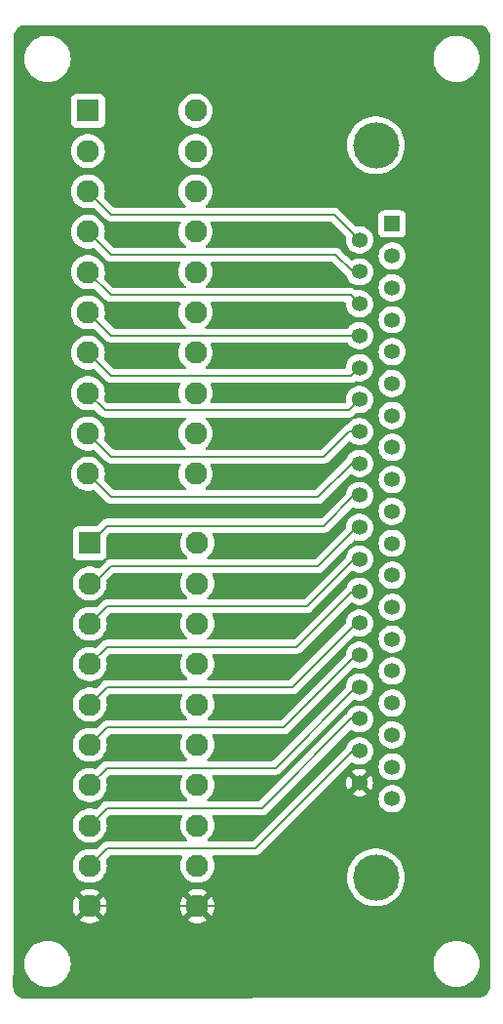
<source format=gbl>
%TF.GenerationSoftware,KiCad,Pcbnew,8.0.8*%
%TF.CreationDate,2025-02-05T11:08:30-07:00*%
%TF.ProjectId,IF Box PCB,49462042-6f78-4205-9043-422e6b696361,2*%
%TF.SameCoordinates,Original*%
%TF.FileFunction,Copper,L2,Bot*%
%TF.FilePolarity,Positive*%
%FSLAX46Y46*%
G04 Gerber Fmt 4.6, Leading zero omitted, Abs format (unit mm)*
G04 Created by KiCad (PCBNEW 8.0.8) date 2025-02-05 11:08:30*
%MOMM*%
%LPD*%
G01*
G04 APERTURE LIST*
%TA.AperFunction,ComponentPad*%
%ADD10R,1.358000X1.358000*%
%TD*%
%TA.AperFunction,ComponentPad*%
%ADD11C,1.358000*%
%TD*%
%TA.AperFunction,ComponentPad*%
%ADD12C,4.016000*%
%TD*%
%TA.AperFunction,ComponentPad*%
%ADD13R,1.950000X1.950000*%
%TD*%
%TA.AperFunction,ComponentPad*%
%ADD14C,1.950000*%
%TD*%
%TA.AperFunction,Conductor*%
%ADD15C,0.200000*%
%TD*%
G04 APERTURE END LIST*
D10*
%TO.P,J3,1,Pin_1*%
%TO.N,Net-(J1-Pin_1)*%
X145420000Y-85320000D03*
D11*
%TO.P,J3,2,Pin_2*%
%TO.N,Net-(J1-Pin_3)*%
X145420000Y-88090000D03*
%TO.P,J3,3,Pin_3*%
%TO.N,Net-(J1-Pin_6)*%
X145420000Y-90860000D03*
%TO.P,J3,4,Pin_4*%
%TO.N,Net-(J1-Pin_8)*%
X145420000Y-93630000D03*
%TO.P,J3,5,Pin_5*%
%TO.N,Net-(J1-Pin_10)*%
X145420000Y-96400000D03*
%TO.P,J3,6,Pin_6*%
%TO.N,Net-(J1-Pin_12)*%
X145420000Y-99170000D03*
%TO.P,J3,7,Pin_7*%
%TO.N,Net-(J1-Pin_14)*%
X145420000Y-101940000D03*
%TO.P,J3,8,Pin_8*%
%TO.N,Net-(J1-Pin_16)*%
X145420000Y-104710000D03*
%TO.P,J3,9,Pin_9*%
%TO.N,Net-(J1-Pin_18)*%
X145420000Y-107480000D03*
%TO.P,J3,10,Pin_10*%
%TO.N,Net-(J1-Pin_20)*%
X145420000Y-110250000D03*
%TO.P,J3,11,Pin_11*%
%TO.N,Net-(J2-Pin_2)*%
X145420000Y-113020000D03*
%TO.P,J3,12,Pin_12*%
%TO.N,Net-(J2-Pin_4)*%
X145420000Y-115790000D03*
%TO.P,J3,13,Pin_13*%
%TO.N,Net-(J2-Pin_6)*%
X145420000Y-118560000D03*
%TO.P,J3,14,Pin_14*%
%TO.N,Net-(J2-Pin_8)*%
X145420000Y-121330000D03*
%TO.P,J3,15,Pin_15*%
%TO.N,Net-(J2-Pin_10)*%
X145420000Y-124100000D03*
%TO.P,J3,16,Pin_16*%
%TO.N,Net-(J2-Pin_12)*%
X145420000Y-126870000D03*
%TO.P,J3,17,Pin_17*%
%TO.N,Net-(J2-Pin_14)*%
X145420000Y-129640000D03*
%TO.P,J3,18,Pin_18*%
%TO.N,Net-(J2-Pin_16)*%
X145420000Y-132410000D03*
%TO.P,J3,19,Pin_19*%
%TO.N,Net-(J2-Pin_18)*%
X145420000Y-135180000D03*
%TO.P,J3,20,Pin_20*%
%TO.N,Net-(J1-Pin_5)*%
X142580000Y-86705000D03*
%TO.P,J3,21,Pin_21*%
%TO.N,Net-(J1-Pin_7)*%
X142580000Y-89475000D03*
%TO.P,J3,22,Pin_22*%
%TO.N,Net-(J1-Pin_9)*%
X142580000Y-92245000D03*
%TO.P,J3,23,Pin_23*%
%TO.N,Net-(J1-Pin_11)*%
X142580000Y-95015000D03*
%TO.P,J3,24,Pin_24*%
%TO.N,Net-(J1-Pin_13)*%
X142580000Y-97785000D03*
%TO.P,J3,25,Pin_25*%
%TO.N,Net-(J1-Pin_15)*%
X142580000Y-100555000D03*
%TO.P,J3,26,Pin_26*%
%TO.N,Net-(J1-Pin_17)*%
X142580000Y-103325000D03*
%TO.P,J3,27,Pin_27*%
%TO.N,Net-(J1-Pin_19)*%
X142580000Y-106095000D03*
%TO.P,J3,28,Pin_28*%
%TO.N,Net-(J2-Pin_1)*%
X142580000Y-108865000D03*
%TO.P,J3,29,Pin_29*%
%TO.N,Net-(J2-Pin_3)*%
X142580000Y-111635000D03*
%TO.P,J3,30,Pin_30*%
%TO.N,Net-(J2-Pin_5)*%
X142580000Y-114405000D03*
%TO.P,J3,31,Pin_31*%
%TO.N,Net-(J2-Pin_7)*%
X142580000Y-117175000D03*
%TO.P,J3,32,Pin_32*%
%TO.N,Net-(J2-Pin_9)*%
X142580000Y-119945000D03*
%TO.P,J3,33,Pin_33*%
%TO.N,Net-(J2-Pin_11)*%
X142580000Y-122715000D03*
%TO.P,J3,34,Pin_34*%
%TO.N,Net-(J2-Pin_13)*%
X142580000Y-125485000D03*
%TO.P,J3,35,Pin_35*%
%TO.N,Net-(J2-Pin_15)*%
X142580000Y-128255000D03*
%TO.P,J3,36,Pin_36*%
%TO.N,Net-(J2-Pin_17)*%
X142580000Y-131025000D03*
%TO.P,J3,37,Pin_37*%
%TO.N,Net-(J2-Pin_19)*%
X142580000Y-133795000D03*
D12*
%TO.P,J3,S1*%
%TO.N,N/C*%
X144000000Y-78500000D03*
%TO.P,J3,S2*%
X144000000Y-142000000D03*
%TD*%
D13*
%TO.P,J2,1,Pin_1*%
%TO.N,Net-(J2-Pin_1)*%
X119150000Y-113000000D03*
D14*
%TO.P,J2,2,Pin_2*%
%TO.N,Net-(J2-Pin_2)*%
X128500000Y-113000000D03*
%TO.P,J2,3,Pin_3*%
%TO.N,Net-(J2-Pin_3)*%
X119150000Y-116500000D03*
%TO.P,J2,4,Pin_4*%
%TO.N,Net-(J2-Pin_4)*%
X128500000Y-116500000D03*
%TO.P,J2,5,Pin_5*%
%TO.N,Net-(J2-Pin_5)*%
X119150000Y-120000000D03*
%TO.P,J2,6,Pin_6*%
%TO.N,Net-(J2-Pin_6)*%
X128500000Y-120000000D03*
%TO.P,J2,7,Pin_7*%
%TO.N,Net-(J2-Pin_7)*%
X119150000Y-123500000D03*
%TO.P,J2,8,Pin_8*%
%TO.N,Net-(J2-Pin_8)*%
X128500000Y-123500000D03*
%TO.P,J2,9,Pin_9*%
%TO.N,Net-(J2-Pin_9)*%
X119150000Y-127000000D03*
%TO.P,J2,10,Pin_10*%
%TO.N,Net-(J2-Pin_10)*%
X128500000Y-127000000D03*
%TO.P,J2,11,Pin_11*%
%TO.N,Net-(J2-Pin_11)*%
X119150000Y-130500000D03*
%TO.P,J2,12,Pin_12*%
%TO.N,Net-(J2-Pin_12)*%
X128500000Y-130500000D03*
%TO.P,J2,13,Pin_13*%
%TO.N,Net-(J2-Pin_13)*%
X119150000Y-134000000D03*
%TO.P,J2,14,Pin_14*%
%TO.N,Net-(J2-Pin_14)*%
X128500000Y-134000000D03*
%TO.P,J2,15,Pin_15*%
%TO.N,Net-(J2-Pin_15)*%
X119150000Y-137500000D03*
%TO.P,J2,16,Pin_16*%
%TO.N,Net-(J2-Pin_16)*%
X128500000Y-137500000D03*
%TO.P,J2,17,Pin_17*%
%TO.N,Net-(J2-Pin_17)*%
X119150000Y-141000000D03*
%TO.P,J2,18,Pin_18*%
%TO.N,Net-(J2-Pin_18)*%
X128500000Y-141000000D03*
%TO.P,J2,19,Pin_19*%
%TO.N,Net-(J2-Pin_19)*%
X119150000Y-144500000D03*
%TO.P,J2,20,Pin_20*%
X128500000Y-144500000D03*
%TD*%
D13*
%TO.P,J1,1,Pin_1*%
%TO.N,Net-(J1-Pin_1)*%
X119000000Y-75500000D03*
D14*
%TO.P,J1,2,Pin_2*%
X128350000Y-75500000D03*
%TO.P,J1,3,Pin_3*%
%TO.N,Net-(J1-Pin_3)*%
X119000000Y-79000000D03*
%TO.P,J1,4,Pin_4*%
X128350000Y-79000000D03*
%TO.P,J1,5,Pin_5*%
%TO.N,Net-(J1-Pin_5)*%
X119000000Y-82500000D03*
%TO.P,J1,6,Pin_6*%
%TO.N,Net-(J1-Pin_6)*%
X128350000Y-82500000D03*
%TO.P,J1,7,Pin_7*%
%TO.N,Net-(J1-Pin_7)*%
X119000000Y-86000000D03*
%TO.P,J1,8,Pin_8*%
%TO.N,Net-(J1-Pin_8)*%
X128350000Y-86000000D03*
%TO.P,J1,9,Pin_9*%
%TO.N,Net-(J1-Pin_9)*%
X119000000Y-89500000D03*
%TO.P,J1,10,Pin_10*%
%TO.N,Net-(J1-Pin_10)*%
X128350000Y-89500000D03*
%TO.P,J1,11,Pin_11*%
%TO.N,Net-(J1-Pin_11)*%
X119000000Y-93000000D03*
%TO.P,J1,12,Pin_12*%
%TO.N,Net-(J1-Pin_12)*%
X128350000Y-93000000D03*
%TO.P,J1,13,Pin_13*%
%TO.N,Net-(J1-Pin_13)*%
X119000000Y-96500000D03*
%TO.P,J1,14,Pin_14*%
%TO.N,Net-(J1-Pin_14)*%
X128350000Y-96500000D03*
%TO.P,J1,15,Pin_15*%
%TO.N,Net-(J1-Pin_15)*%
X119000000Y-100000000D03*
%TO.P,J1,16,Pin_16*%
%TO.N,Net-(J1-Pin_16)*%
X128350000Y-100000000D03*
%TO.P,J1,17,Pin_17*%
%TO.N,Net-(J1-Pin_17)*%
X119000000Y-103500000D03*
%TO.P,J1,18,Pin_18*%
%TO.N,Net-(J1-Pin_18)*%
X128350000Y-103500000D03*
%TO.P,J1,19,Pin_19*%
%TO.N,Net-(J1-Pin_19)*%
X119000000Y-107000000D03*
%TO.P,J1,20,Pin_20*%
%TO.N,Net-(J1-Pin_20)*%
X128350000Y-107000000D03*
%TD*%
D15*
%TO.N,Net-(J1-Pin_5)*%
X142580000Y-86705000D02*
X140375000Y-84500000D01*
X121000000Y-84500000D02*
X119000000Y-82500000D01*
X140375000Y-84500000D02*
X121000000Y-84500000D01*
%TO.N,Net-(J1-Pin_11)*%
X142580000Y-95015000D02*
X121015000Y-95015000D01*
X121015000Y-95015000D02*
X119000000Y-93000000D01*
%TO.N,Net-(J1-Pin_7)*%
X121000000Y-88000000D02*
X119000000Y-86000000D01*
X141975000Y-89475000D02*
X140500000Y-88000000D01*
X142580000Y-89475000D02*
X141975000Y-89475000D01*
X140500000Y-88000000D02*
X121000000Y-88000000D01*
%TO.N,Net-(J1-Pin_15)*%
X141635000Y-101500000D02*
X120500000Y-101500000D01*
X142580000Y-100555000D02*
X141635000Y-101500000D01*
X120500000Y-101500000D02*
X119000000Y-100000000D01*
%TO.N,Net-(J1-Pin_13)*%
X142580000Y-97785000D02*
X141865000Y-98500000D01*
X121000000Y-98500000D02*
X119000000Y-96500000D01*
X141865000Y-98500000D02*
X121000000Y-98500000D01*
%TO.N,Net-(J1-Pin_9)*%
X121000000Y-91500000D02*
X119000000Y-89500000D01*
X141835000Y-91500000D02*
X121000000Y-91500000D01*
X142580000Y-92245000D02*
X141835000Y-91500000D01*
%TO.N,Net-(J1-Pin_17)*%
X139500000Y-105500000D02*
X121000000Y-105500000D01*
X141675000Y-103325000D02*
X139500000Y-105500000D01*
X142580000Y-103325000D02*
X141675000Y-103325000D01*
X121000000Y-105500000D02*
X119000000Y-103500000D01*
%TO.N,Net-(J2-Pin_19)*%
X128500000Y-144500000D02*
X119150000Y-144500000D01*
X131875000Y-144500000D02*
X128500000Y-144500000D01*
X142580000Y-133795000D02*
X131875000Y-144500000D01*
%TO.N,Net-(J2-Pin_5)*%
X138000000Y-118500000D02*
X120650000Y-118500000D01*
X142580000Y-114405000D02*
X142095000Y-114405000D01*
X120650000Y-118500000D02*
X119150000Y-120000000D01*
X142095000Y-114405000D02*
X138000000Y-118500000D01*
%TO.N,Net-(J2-Pin_9)*%
X142580000Y-119945000D02*
X142305000Y-119945000D01*
X136750000Y-125500000D02*
X120650000Y-125500000D01*
X120650000Y-125500000D02*
X119150000Y-127000000D01*
X142305000Y-119945000D02*
X136750000Y-125500000D01*
%TO.N,Net-(J2-Pin_13)*%
X135282500Y-132500000D02*
X120650000Y-132500000D01*
X142580000Y-125485000D02*
X142297500Y-125485000D01*
X120650000Y-132500000D02*
X119150000Y-134000000D01*
X142297500Y-125485000D02*
X135282500Y-132500000D01*
%TO.N,Net-(J2-Pin_7)*%
X120650000Y-122000000D02*
X119150000Y-123500000D01*
X142580000Y-117175000D02*
X141950000Y-117175000D01*
X141950000Y-117175000D02*
X137125000Y-122000000D01*
X137125000Y-122000000D02*
X120650000Y-122000000D01*
%TO.N,Net-(J2-Pin_17)*%
X120650000Y-139500000D02*
X119150000Y-141000000D01*
X142580000Y-131025000D02*
X141975000Y-131025000D01*
X133500000Y-139500000D02*
X120650000Y-139500000D01*
X141975000Y-131025000D02*
X133500000Y-139500000D01*
%TO.N,Net-(J2-Pin_15)*%
X120650000Y-136000000D02*
X119150000Y-137500000D01*
X142580000Y-128255000D02*
X141870000Y-128255000D01*
X134125000Y-136000000D02*
X120650000Y-136000000D01*
X141870000Y-128255000D02*
X134125000Y-136000000D01*
%TO.N,Net-(J2-Pin_1)*%
X142135000Y-108865000D02*
X139500000Y-111500000D01*
X139500000Y-111500000D02*
X120650000Y-111500000D01*
X142580000Y-108865000D02*
X142135000Y-108865000D01*
X120650000Y-111500000D02*
X119150000Y-113000000D01*
%TO.N,Net-(J2-Pin_11)*%
X142285000Y-122715000D02*
X136000000Y-129000000D01*
X120650000Y-129000000D02*
X119150000Y-130500000D01*
X142580000Y-122715000D02*
X142285000Y-122715000D01*
X136000000Y-129000000D02*
X120650000Y-129000000D01*
%TO.N,Net-(J1-Pin_19)*%
X121000000Y-109000000D02*
X119000000Y-107000000D01*
X139000000Y-109000000D02*
X121000000Y-109000000D01*
X142580000Y-106095000D02*
X141905000Y-106095000D01*
X141905000Y-106095000D02*
X139000000Y-109000000D01*
%TO.N,Net-(J2-Pin_3)*%
X139000000Y-115000000D02*
X121000000Y-115000000D01*
X142580000Y-111635000D02*
X142365000Y-111635000D01*
X119500000Y-116500000D02*
X119150000Y-116500000D01*
X142365000Y-111635000D02*
X139000000Y-115000000D01*
X121000000Y-115000000D02*
X119500000Y-116500000D01*
%TD*%
%TA.AperFunction,Conductor*%
%TO.N,Net-(J2-Pin_19)*%
G36*
X152944720Y-68061632D02*
G01*
X153102086Y-68075403D01*
X153123365Y-68079156D01*
X153270696Y-68118636D01*
X153291004Y-68126028D01*
X153429246Y-68190492D01*
X153447961Y-68201297D01*
X153572910Y-68288789D01*
X153589466Y-68302682D01*
X153697317Y-68410533D01*
X153711210Y-68427089D01*
X153798699Y-68552033D01*
X153809507Y-68570753D01*
X153873971Y-68708995D01*
X153881363Y-68729304D01*
X153920842Y-68876630D01*
X153924596Y-68897915D01*
X153938368Y-69055278D01*
X153938840Y-69066089D01*
X153938840Y-151433910D01*
X153938368Y-151444721D01*
X153924596Y-151602084D01*
X153920842Y-151623369D01*
X153881363Y-151770695D01*
X153873971Y-151791004D01*
X153809507Y-151929246D01*
X153798699Y-151947966D01*
X153711210Y-152072910D01*
X153697317Y-152089466D01*
X153589466Y-152197317D01*
X153572910Y-152211210D01*
X153447966Y-152298699D01*
X153429246Y-152309507D01*
X153291004Y-152373971D01*
X153270695Y-152381363D01*
X153123369Y-152420842D01*
X153102084Y-152424596D01*
X152944717Y-152438368D01*
X152933910Y-152438840D01*
X152866346Y-152438841D01*
X152864655Y-152438953D01*
X113505500Y-152499490D01*
X113494502Y-152499018D01*
X113337247Y-152485260D01*
X113315961Y-152481507D01*
X113168630Y-152442030D01*
X113148318Y-152434637D01*
X113010084Y-152370177D01*
X112991366Y-152359370D01*
X112866417Y-152271880D01*
X112849859Y-152257986D01*
X112742013Y-152150140D01*
X112728119Y-152133582D01*
X112640629Y-152008633D01*
X112629822Y-151989915D01*
X112565362Y-151851681D01*
X112557969Y-151831369D01*
X112518492Y-151684038D01*
X112514739Y-151662753D01*
X112500974Y-151505421D01*
X112500503Y-151494555D01*
X112501971Y-149499998D01*
X113494390Y-149499998D01*
X113494390Y-149500001D01*
X113514804Y-149785433D01*
X113575628Y-150065037D01*
X113675635Y-150333166D01*
X113812770Y-150584309D01*
X113812775Y-150584317D01*
X113984254Y-150813387D01*
X113984270Y-150813405D01*
X114186594Y-151015729D01*
X114186612Y-151015745D01*
X114415682Y-151187224D01*
X114415690Y-151187229D01*
X114666833Y-151324364D01*
X114666832Y-151324364D01*
X114666836Y-151324365D01*
X114666839Y-151324367D01*
X114934954Y-151424369D01*
X114934960Y-151424370D01*
X114934962Y-151424371D01*
X115214566Y-151485195D01*
X115214568Y-151485195D01*
X115214572Y-151485196D01*
X115468220Y-151503337D01*
X115499999Y-151505610D01*
X115500000Y-151505610D01*
X115500001Y-151505610D01*
X115528595Y-151503564D01*
X115785428Y-151485196D01*
X116020277Y-151434108D01*
X116065037Y-151424371D01*
X116065037Y-151424370D01*
X116065046Y-151424369D01*
X116333161Y-151324367D01*
X116584315Y-151187226D01*
X116813395Y-151015739D01*
X117015739Y-150813395D01*
X117187226Y-150584315D01*
X117324367Y-150333161D01*
X117424369Y-150065046D01*
X117485196Y-149785428D01*
X117505610Y-149500000D01*
X117505610Y-149499998D01*
X148994390Y-149499998D01*
X148994390Y-149500001D01*
X149014804Y-149785433D01*
X149075628Y-150065037D01*
X149175635Y-150333166D01*
X149312770Y-150584309D01*
X149312775Y-150584317D01*
X149484254Y-150813387D01*
X149484270Y-150813405D01*
X149686594Y-151015729D01*
X149686612Y-151015745D01*
X149915682Y-151187224D01*
X149915690Y-151187229D01*
X150166833Y-151324364D01*
X150166832Y-151324364D01*
X150166836Y-151324365D01*
X150166839Y-151324367D01*
X150434954Y-151424369D01*
X150434960Y-151424370D01*
X150434962Y-151424371D01*
X150714566Y-151485195D01*
X150714568Y-151485195D01*
X150714572Y-151485196D01*
X150968220Y-151503337D01*
X150999999Y-151505610D01*
X151000000Y-151505610D01*
X151000001Y-151505610D01*
X151028595Y-151503564D01*
X151285428Y-151485196D01*
X151520277Y-151434108D01*
X151565037Y-151424371D01*
X151565037Y-151424370D01*
X151565046Y-151424369D01*
X151833161Y-151324367D01*
X152084315Y-151187226D01*
X152313395Y-151015739D01*
X152515739Y-150813395D01*
X152687226Y-150584315D01*
X152824367Y-150333161D01*
X152924369Y-150065046D01*
X152985196Y-149785428D01*
X153005610Y-149500000D01*
X152985196Y-149214572D01*
X152924369Y-148934954D01*
X152824367Y-148666839D01*
X152744025Y-148519705D01*
X152687229Y-148415690D01*
X152687224Y-148415682D01*
X152515745Y-148186612D01*
X152515729Y-148186594D01*
X152313405Y-147984270D01*
X152313387Y-147984254D01*
X152084317Y-147812775D01*
X152084309Y-147812770D01*
X151833166Y-147675635D01*
X151833167Y-147675635D01*
X151725915Y-147635632D01*
X151565046Y-147575631D01*
X151565043Y-147575630D01*
X151565037Y-147575628D01*
X151285433Y-147514804D01*
X151000001Y-147494390D01*
X150999999Y-147494390D01*
X150714566Y-147514804D01*
X150434962Y-147575628D01*
X150166833Y-147675635D01*
X149915690Y-147812770D01*
X149915682Y-147812775D01*
X149686612Y-147984254D01*
X149686594Y-147984270D01*
X149484270Y-148186594D01*
X149484254Y-148186612D01*
X149312775Y-148415682D01*
X149312770Y-148415690D01*
X149175635Y-148666833D01*
X149075628Y-148934962D01*
X149014804Y-149214566D01*
X148994390Y-149499998D01*
X117505610Y-149499998D01*
X117485196Y-149214572D01*
X117424369Y-148934954D01*
X117324367Y-148666839D01*
X117244025Y-148519705D01*
X117187229Y-148415690D01*
X117187224Y-148415682D01*
X117015745Y-148186612D01*
X117015729Y-148186594D01*
X116813405Y-147984270D01*
X116813387Y-147984254D01*
X116584317Y-147812775D01*
X116584309Y-147812770D01*
X116333166Y-147675635D01*
X116333167Y-147675635D01*
X116225915Y-147635632D01*
X116065046Y-147575631D01*
X116065043Y-147575630D01*
X116065037Y-147575628D01*
X115785433Y-147514804D01*
X115500001Y-147494390D01*
X115499999Y-147494390D01*
X115214566Y-147514804D01*
X114934962Y-147575628D01*
X114666833Y-147675635D01*
X114415690Y-147812770D01*
X114415682Y-147812775D01*
X114186612Y-147984254D01*
X114186594Y-147984270D01*
X113984270Y-148186594D01*
X113984254Y-148186612D01*
X113812775Y-148415682D01*
X113812770Y-148415690D01*
X113675635Y-148666833D01*
X113575628Y-148934962D01*
X113514804Y-149214566D01*
X113494390Y-149499998D01*
X112501971Y-149499998D01*
X112505650Y-144499994D01*
X117669945Y-144499994D01*
X117669945Y-144500005D01*
X117690130Y-144743605D01*
X117750138Y-144980573D01*
X117848330Y-145204429D01*
X117944626Y-145351819D01*
X118548958Y-144747487D01*
X118573978Y-144807890D01*
X118645112Y-144914351D01*
X118735649Y-145004888D01*
X118842110Y-145076022D01*
X118902511Y-145101041D01*
X118297758Y-145705794D01*
X118297758Y-145705796D01*
X118340478Y-145739046D01*
X118340484Y-145739050D01*
X118555468Y-145855394D01*
X118555476Y-145855397D01*
X118786664Y-145934765D01*
X119027779Y-145975000D01*
X119272221Y-145975000D01*
X119513335Y-145934765D01*
X119744523Y-145855397D01*
X119744531Y-145855394D01*
X119959514Y-145739051D01*
X119959514Y-145739050D01*
X120002240Y-145705795D01*
X120002240Y-145705794D01*
X119397488Y-145101041D01*
X119457890Y-145076022D01*
X119564351Y-145004888D01*
X119654888Y-144914351D01*
X119726022Y-144807890D01*
X119751041Y-144747488D01*
X120355372Y-145351819D01*
X120451667Y-145204431D01*
X120451672Y-145204423D01*
X120549861Y-144980573D01*
X120609869Y-144743605D01*
X120630055Y-144500005D01*
X120630055Y-144499994D01*
X127019945Y-144499994D01*
X127019945Y-144500005D01*
X127040130Y-144743605D01*
X127100138Y-144980573D01*
X127198330Y-145204429D01*
X127294626Y-145351819D01*
X127898958Y-144747487D01*
X127923978Y-144807890D01*
X127995112Y-144914351D01*
X128085649Y-145004888D01*
X128192110Y-145076022D01*
X128252511Y-145101041D01*
X127647758Y-145705794D01*
X127647758Y-145705796D01*
X127690478Y-145739046D01*
X127690484Y-145739050D01*
X127905468Y-145855394D01*
X127905476Y-145855397D01*
X128136664Y-145934765D01*
X128377779Y-145975000D01*
X128622221Y-145975000D01*
X128863335Y-145934765D01*
X129094523Y-145855397D01*
X129094531Y-145855394D01*
X129309514Y-145739051D01*
X129309514Y-145739050D01*
X129352240Y-145705795D01*
X129352240Y-145705794D01*
X128747488Y-145101041D01*
X128807890Y-145076022D01*
X128914351Y-145004888D01*
X129004888Y-144914351D01*
X129076022Y-144807890D01*
X129101041Y-144747488D01*
X129705372Y-145351819D01*
X129801667Y-145204431D01*
X129801672Y-145204423D01*
X129899861Y-144980573D01*
X129959869Y-144743605D01*
X129980055Y-144500005D01*
X129980055Y-144499994D01*
X129959869Y-144256394D01*
X129899861Y-144019426D01*
X129801669Y-143795570D01*
X129705372Y-143648179D01*
X129101041Y-144252510D01*
X129076022Y-144192110D01*
X129004888Y-144085649D01*
X128914351Y-143995112D01*
X128807890Y-143923978D01*
X128747487Y-143898958D01*
X129352240Y-143294204D01*
X129352240Y-143294203D01*
X129309514Y-143260949D01*
X129094531Y-143144605D01*
X129094523Y-143144602D01*
X128863335Y-143065234D01*
X128622221Y-143025000D01*
X128377779Y-143025000D01*
X128136664Y-143065234D01*
X127905476Y-143144602D01*
X127905468Y-143144605D01*
X127690481Y-143260951D01*
X127647758Y-143294202D01*
X127647757Y-143294204D01*
X128252511Y-143898958D01*
X128192110Y-143923978D01*
X128085649Y-143995112D01*
X127995112Y-144085649D01*
X127923978Y-144192110D01*
X127898958Y-144252511D01*
X127294626Y-143648179D01*
X127198328Y-143795575D01*
X127100138Y-144019426D01*
X127040130Y-144256394D01*
X127019945Y-144499994D01*
X120630055Y-144499994D01*
X120609869Y-144256394D01*
X120549861Y-144019426D01*
X120451669Y-143795570D01*
X120355372Y-143648179D01*
X119751041Y-144252510D01*
X119726022Y-144192110D01*
X119654888Y-144085649D01*
X119564351Y-143995112D01*
X119457890Y-143923978D01*
X119397487Y-143898958D01*
X120002240Y-143294204D01*
X120002240Y-143294203D01*
X119959514Y-143260949D01*
X119744531Y-143144605D01*
X119744523Y-143144602D01*
X119513335Y-143065234D01*
X119272221Y-143025000D01*
X119027779Y-143025000D01*
X118786664Y-143065234D01*
X118555476Y-143144602D01*
X118555468Y-143144605D01*
X118340481Y-143260951D01*
X118297758Y-143294202D01*
X118297757Y-143294204D01*
X118902511Y-143898958D01*
X118842110Y-143923978D01*
X118735649Y-143995112D01*
X118645112Y-144085649D01*
X118573978Y-144192110D01*
X118548958Y-144252511D01*
X117944626Y-143648179D01*
X117848328Y-143795575D01*
X117750138Y-144019426D01*
X117690130Y-144256394D01*
X117669945Y-144499994D01*
X112505650Y-144499994D01*
X112526253Y-116499994D01*
X117669443Y-116499994D01*
X117669443Y-116500005D01*
X117689634Y-116743683D01*
X117689636Y-116743695D01*
X117749663Y-116980734D01*
X117847888Y-117204666D01*
X117981632Y-117409378D01*
X118147242Y-117589277D01*
X118147246Y-117589281D01*
X118340212Y-117739473D01*
X118555267Y-117855855D01*
X118555270Y-117855856D01*
X118786541Y-117935251D01*
X118786543Y-117935251D01*
X118786545Y-117935252D01*
X119027737Y-117975500D01*
X119027738Y-117975500D01*
X119272262Y-117975500D01*
X119272263Y-117975500D01*
X119513455Y-117935252D01*
X119744733Y-117855855D01*
X119959788Y-117739473D01*
X120152754Y-117589281D01*
X120318368Y-117409377D01*
X120452111Y-117204667D01*
X120550336Y-116980736D01*
X120610364Y-116743692D01*
X120626296Y-116551422D01*
X120630557Y-116500005D01*
X120630557Y-116499994D01*
X120613776Y-116297483D01*
X120627857Y-116229047D01*
X120649667Y-116199566D01*
X121212416Y-115636819D01*
X121273739Y-115603334D01*
X121300097Y-115600500D01*
X127096048Y-115600500D01*
X127163087Y-115620185D01*
X127208842Y-115672989D01*
X127218786Y-115742147D01*
X127199854Y-115792326D01*
X127197887Y-115795335D01*
X127099663Y-116019265D01*
X127039636Y-116256304D01*
X127039634Y-116256316D01*
X127019443Y-116499994D01*
X127019443Y-116500005D01*
X127039634Y-116743683D01*
X127039636Y-116743695D01*
X127099663Y-116980734D01*
X127197888Y-117204666D01*
X127331632Y-117409378D01*
X127497242Y-117589277D01*
X127497252Y-117589286D01*
X127610778Y-117677647D01*
X127651591Y-117734357D01*
X127655266Y-117804130D01*
X127620634Y-117864813D01*
X127558693Y-117897140D01*
X127534616Y-117899500D01*
X120570940Y-117899500D01*
X120530019Y-117910464D01*
X120530019Y-117910465D01*
X120492751Y-117920451D01*
X120418214Y-117940423D01*
X120418209Y-117940426D01*
X120281290Y-118019475D01*
X120281282Y-118019481D01*
X120169478Y-118131286D01*
X119733871Y-118566892D01*
X119672548Y-118600377D01*
X119605929Y-118596493D01*
X119513455Y-118564747D01*
X119306754Y-118530255D01*
X119272263Y-118524500D01*
X119027737Y-118524500D01*
X118979498Y-118532549D01*
X118786541Y-118564748D01*
X118555270Y-118644143D01*
X118555265Y-118644145D01*
X118340212Y-118760526D01*
X118340208Y-118760529D01*
X118147252Y-118910713D01*
X118147242Y-118910722D01*
X117981632Y-119090621D01*
X117847888Y-119295333D01*
X117749663Y-119519265D01*
X117689636Y-119756304D01*
X117689634Y-119756316D01*
X117669443Y-119999994D01*
X117669443Y-120000005D01*
X117689634Y-120243683D01*
X117689636Y-120243695D01*
X117749663Y-120480734D01*
X117847888Y-120704666D01*
X117981632Y-120909378D01*
X118147242Y-121089277D01*
X118147252Y-121089286D01*
X118192495Y-121124500D01*
X118340212Y-121239473D01*
X118555267Y-121355855D01*
X118555270Y-121355856D01*
X118786541Y-121435251D01*
X118786543Y-121435251D01*
X118786545Y-121435252D01*
X119027737Y-121475500D01*
X119027738Y-121475500D01*
X119272262Y-121475500D01*
X119272263Y-121475500D01*
X119513455Y-121435252D01*
X119744733Y-121355855D01*
X119959788Y-121239473D01*
X120152754Y-121089281D01*
X120318368Y-120909377D01*
X120452111Y-120704667D01*
X120550336Y-120480736D01*
X120610364Y-120243692D01*
X120614758Y-120190667D01*
X120630557Y-120000005D01*
X120630557Y-119999994D01*
X120610365Y-119756316D01*
X120610364Y-119756312D01*
X120610364Y-119756308D01*
X120553413Y-119531415D01*
X120556037Y-119461598D01*
X120585933Y-119413300D01*
X120862417Y-119136816D01*
X120923739Y-119103334D01*
X120950097Y-119100500D01*
X127096048Y-119100500D01*
X127163087Y-119120185D01*
X127208842Y-119172989D01*
X127218786Y-119242147D01*
X127199854Y-119292326D01*
X127197887Y-119295335D01*
X127099663Y-119519265D01*
X127039636Y-119756304D01*
X127039634Y-119756316D01*
X127019443Y-119999994D01*
X127019443Y-120000005D01*
X127039634Y-120243683D01*
X127039636Y-120243695D01*
X127099663Y-120480734D01*
X127197888Y-120704666D01*
X127331632Y-120909378D01*
X127497242Y-121089277D01*
X127497252Y-121089286D01*
X127610778Y-121177647D01*
X127651591Y-121234357D01*
X127655266Y-121304130D01*
X127620634Y-121364813D01*
X127558693Y-121397140D01*
X127534616Y-121399500D01*
X120570940Y-121399500D01*
X120530019Y-121410464D01*
X120530019Y-121410465D01*
X120492751Y-121420451D01*
X120418214Y-121440423D01*
X120418209Y-121440426D01*
X120281290Y-121519475D01*
X120281282Y-121519481D01*
X120169478Y-121631286D01*
X119733871Y-122066892D01*
X119672548Y-122100377D01*
X119605929Y-122096493D01*
X119513455Y-122064747D01*
X119306754Y-122030255D01*
X119272263Y-122024500D01*
X119027737Y-122024500D01*
X118979498Y-122032549D01*
X118786541Y-122064748D01*
X118555270Y-122144143D01*
X118555265Y-122144145D01*
X118340212Y-122260526D01*
X118340208Y-122260529D01*
X118147252Y-122410713D01*
X118147242Y-122410722D01*
X117981632Y-122590621D01*
X117847888Y-122795333D01*
X117749663Y-123019265D01*
X117689636Y-123256304D01*
X117689634Y-123256316D01*
X117669443Y-123499994D01*
X117669443Y-123500005D01*
X117689634Y-123743683D01*
X117689636Y-123743695D01*
X117749663Y-123980734D01*
X117847888Y-124204666D01*
X117981632Y-124409378D01*
X118147242Y-124589277D01*
X118147246Y-124589281D01*
X118340212Y-124739473D01*
X118555267Y-124855855D01*
X118555270Y-124855856D01*
X118786541Y-124935251D01*
X118786543Y-124935251D01*
X118786545Y-124935252D01*
X119027737Y-124975500D01*
X119027738Y-124975500D01*
X119272262Y-124975500D01*
X119272263Y-124975500D01*
X119513455Y-124935252D01*
X119744733Y-124855855D01*
X119959788Y-124739473D01*
X120152754Y-124589281D01*
X120318368Y-124409377D01*
X120452111Y-124204667D01*
X120550336Y-123980736D01*
X120610364Y-123743692D01*
X120616298Y-123672079D01*
X120630557Y-123500005D01*
X120630557Y-123499994D01*
X120610365Y-123256316D01*
X120610364Y-123256312D01*
X120610364Y-123256308D01*
X120553413Y-123031415D01*
X120556037Y-122961598D01*
X120585933Y-122913300D01*
X120862417Y-122636816D01*
X120923739Y-122603334D01*
X120950097Y-122600500D01*
X127096048Y-122600500D01*
X127163087Y-122620185D01*
X127208842Y-122672989D01*
X127218786Y-122742147D01*
X127199854Y-122792326D01*
X127197887Y-122795335D01*
X127099663Y-123019265D01*
X127039636Y-123256304D01*
X127039634Y-123256316D01*
X127019443Y-123499994D01*
X127019443Y-123500005D01*
X127039634Y-123743683D01*
X127039636Y-123743695D01*
X127099663Y-123980734D01*
X127197888Y-124204666D01*
X127331632Y-124409378D01*
X127497242Y-124589277D01*
X127497252Y-124589286D01*
X127610778Y-124677647D01*
X127651591Y-124734357D01*
X127655266Y-124804130D01*
X127620634Y-124864813D01*
X127558693Y-124897140D01*
X127534616Y-124899500D01*
X120570940Y-124899500D01*
X120530019Y-124910464D01*
X120530019Y-124910465D01*
X120492751Y-124920451D01*
X120418214Y-124940423D01*
X120418209Y-124940426D01*
X120281290Y-125019475D01*
X120281282Y-125019481D01*
X120169478Y-125131286D01*
X119733871Y-125566892D01*
X119672548Y-125600377D01*
X119605929Y-125596493D01*
X119513455Y-125564747D01*
X119306754Y-125530255D01*
X119272263Y-125524500D01*
X119027737Y-125524500D01*
X118979498Y-125532549D01*
X118786541Y-125564748D01*
X118555270Y-125644143D01*
X118555265Y-125644145D01*
X118340212Y-125760526D01*
X118340208Y-125760529D01*
X118147252Y-125910713D01*
X118147242Y-125910722D01*
X117981632Y-126090621D01*
X117847888Y-126295333D01*
X117749663Y-126519265D01*
X117689636Y-126756304D01*
X117689634Y-126756316D01*
X117669443Y-126999994D01*
X117669443Y-127000005D01*
X117689634Y-127243683D01*
X117689636Y-127243695D01*
X117749663Y-127480734D01*
X117847888Y-127704666D01*
X117981632Y-127909378D01*
X118147242Y-128089277D01*
X118147246Y-128089281D01*
X118340212Y-128239473D01*
X118555267Y-128355855D01*
X118555270Y-128355856D01*
X118786541Y-128435251D01*
X118786543Y-128435251D01*
X118786545Y-128435252D01*
X119027737Y-128475500D01*
X119027738Y-128475500D01*
X119272262Y-128475500D01*
X119272263Y-128475500D01*
X119513455Y-128435252D01*
X119744733Y-128355855D01*
X119959788Y-128239473D01*
X120152754Y-128089281D01*
X120318368Y-127909377D01*
X120452111Y-127704667D01*
X120550336Y-127480736D01*
X120610364Y-127243692D01*
X120614429Y-127194633D01*
X120630557Y-127000005D01*
X120630557Y-126999994D01*
X120610365Y-126756316D01*
X120610364Y-126756312D01*
X120610364Y-126756308D01*
X120553413Y-126531415D01*
X120556037Y-126461598D01*
X120585933Y-126413300D01*
X120862417Y-126136816D01*
X120923739Y-126103334D01*
X120950097Y-126100500D01*
X127096048Y-126100500D01*
X127163087Y-126120185D01*
X127208842Y-126172989D01*
X127218786Y-126242147D01*
X127199854Y-126292326D01*
X127197887Y-126295335D01*
X127099663Y-126519265D01*
X127039636Y-126756304D01*
X127039634Y-126756316D01*
X127019443Y-126999994D01*
X127019443Y-127000005D01*
X127039634Y-127243683D01*
X127039636Y-127243695D01*
X127099663Y-127480734D01*
X127197888Y-127704666D01*
X127331632Y-127909378D01*
X127497242Y-128089277D01*
X127497252Y-128089286D01*
X127610778Y-128177647D01*
X127651591Y-128234357D01*
X127655266Y-128304130D01*
X127620634Y-128364813D01*
X127558693Y-128397140D01*
X127534616Y-128399500D01*
X120570940Y-128399500D01*
X120530019Y-128410464D01*
X120530019Y-128410465D01*
X120492751Y-128420451D01*
X120418214Y-128440423D01*
X120418209Y-128440426D01*
X120281290Y-128519475D01*
X120281282Y-128519481D01*
X120169478Y-128631286D01*
X119733871Y-129066892D01*
X119672548Y-129100377D01*
X119605929Y-129096493D01*
X119513455Y-129064747D01*
X119306754Y-129030255D01*
X119272263Y-129024500D01*
X119027737Y-129024500D01*
X118979498Y-129032549D01*
X118786541Y-129064748D01*
X118555270Y-129144143D01*
X118555265Y-129144145D01*
X118340212Y-129260526D01*
X118340208Y-129260529D01*
X118147252Y-129410713D01*
X118147242Y-129410722D01*
X117981632Y-129590621D01*
X117847888Y-129795333D01*
X117749663Y-130019265D01*
X117689636Y-130256304D01*
X117689634Y-130256316D01*
X117669443Y-130499994D01*
X117669443Y-130500005D01*
X117689634Y-130743683D01*
X117689636Y-130743695D01*
X117749663Y-130980734D01*
X117847888Y-131204666D01*
X117981632Y-131409378D01*
X118147242Y-131589277D01*
X118147252Y-131589286D01*
X118260778Y-131677647D01*
X118340212Y-131739473D01*
X118555267Y-131855855D01*
X118555270Y-131855856D01*
X118786541Y-131935251D01*
X118786543Y-131935251D01*
X118786545Y-131935252D01*
X119027737Y-131975500D01*
X119027738Y-131975500D01*
X119272262Y-131975500D01*
X119272263Y-131975500D01*
X119513455Y-131935252D01*
X119744733Y-131855855D01*
X119959788Y-131739473D01*
X120152754Y-131589281D01*
X120318368Y-131409377D01*
X120452111Y-131204667D01*
X120550336Y-130980736D01*
X120610364Y-130743692D01*
X120613954Y-130700366D01*
X120630557Y-130500005D01*
X120630557Y-130499994D01*
X120610365Y-130256316D01*
X120610364Y-130256312D01*
X120610364Y-130256308D01*
X120553413Y-130031415D01*
X120556037Y-129961598D01*
X120585933Y-129913300D01*
X120862417Y-129636816D01*
X120923739Y-129603334D01*
X120950097Y-129600500D01*
X127096048Y-129600500D01*
X127163087Y-129620185D01*
X127208842Y-129672989D01*
X127218786Y-129742147D01*
X127199854Y-129792326D01*
X127197887Y-129795335D01*
X127099663Y-130019265D01*
X127039636Y-130256304D01*
X127039634Y-130256316D01*
X127019443Y-130499994D01*
X127019443Y-130500005D01*
X127039634Y-130743683D01*
X127039636Y-130743695D01*
X127099663Y-130980734D01*
X127197888Y-131204666D01*
X127331632Y-131409378D01*
X127497242Y-131589277D01*
X127497252Y-131589286D01*
X127610778Y-131677647D01*
X127651591Y-131734357D01*
X127655266Y-131804130D01*
X127620634Y-131864813D01*
X127558693Y-131897140D01*
X127534616Y-131899500D01*
X120570940Y-131899500D01*
X120530019Y-131910464D01*
X120530019Y-131910465D01*
X120492751Y-131920451D01*
X120418214Y-131940423D01*
X120418209Y-131940426D01*
X120281290Y-132019475D01*
X120281282Y-132019481D01*
X120169478Y-132131286D01*
X119733871Y-132566892D01*
X119672548Y-132600377D01*
X119605929Y-132596493D01*
X119513455Y-132564747D01*
X119306754Y-132530255D01*
X119272263Y-132524500D01*
X119027737Y-132524500D01*
X118979498Y-132532549D01*
X118786541Y-132564748D01*
X118555270Y-132644143D01*
X118555265Y-132644145D01*
X118340212Y-132760526D01*
X118340208Y-132760529D01*
X118147252Y-132910713D01*
X118147242Y-132910722D01*
X117981632Y-133090621D01*
X117847888Y-133295333D01*
X117749663Y-133519265D01*
X117689636Y-133756304D01*
X117689634Y-133756316D01*
X117669443Y-133999994D01*
X117669443Y-134000005D01*
X117689634Y-134243683D01*
X117689636Y-134243695D01*
X117749663Y-134480734D01*
X117847888Y-134704666D01*
X117981632Y-134909378D01*
X118147242Y-135089277D01*
X118147246Y-135089281D01*
X118340212Y-135239473D01*
X118555267Y-135355855D01*
X118555270Y-135355856D01*
X118786541Y-135435251D01*
X118786543Y-135435251D01*
X118786545Y-135435252D01*
X119027737Y-135475500D01*
X119027738Y-135475500D01*
X119272262Y-135475500D01*
X119272263Y-135475500D01*
X119513455Y-135435252D01*
X119744733Y-135355855D01*
X119959788Y-135239473D01*
X120152754Y-135089281D01*
X120318368Y-134909377D01*
X120452111Y-134704667D01*
X120550336Y-134480736D01*
X120610364Y-134243692D01*
X120614727Y-134191037D01*
X120630557Y-134000005D01*
X120630557Y-133999994D01*
X120610365Y-133756316D01*
X120610364Y-133756312D01*
X120610364Y-133756308D01*
X120553413Y-133531415D01*
X120556037Y-133461598D01*
X120585933Y-133413300D01*
X120862417Y-133136816D01*
X120923739Y-133103334D01*
X120950097Y-133100500D01*
X127096048Y-133100500D01*
X127163087Y-133120185D01*
X127208842Y-133172989D01*
X127218786Y-133242147D01*
X127199854Y-133292326D01*
X127197887Y-133295335D01*
X127099663Y-133519265D01*
X127039636Y-133756304D01*
X127039634Y-133756316D01*
X127019443Y-133999994D01*
X127019443Y-134000005D01*
X127039634Y-134243683D01*
X127039636Y-134243695D01*
X127099663Y-134480734D01*
X127197888Y-134704666D01*
X127331632Y-134909378D01*
X127497242Y-135089277D01*
X127497252Y-135089286D01*
X127610778Y-135177647D01*
X127651591Y-135234357D01*
X127655266Y-135304130D01*
X127620634Y-135364813D01*
X127558693Y-135397140D01*
X127534616Y-135399500D01*
X120570940Y-135399500D01*
X120530019Y-135410464D01*
X120530019Y-135410465D01*
X120492751Y-135420451D01*
X120418214Y-135440423D01*
X120418209Y-135440426D01*
X120281290Y-135519475D01*
X120281282Y-135519481D01*
X120169478Y-135631286D01*
X119733871Y-136066892D01*
X119672548Y-136100377D01*
X119605929Y-136096493D01*
X119513455Y-136064747D01*
X119306754Y-136030255D01*
X119272263Y-136024500D01*
X119027737Y-136024500D01*
X118979498Y-136032549D01*
X118786541Y-136064748D01*
X118555270Y-136144143D01*
X118555265Y-136144145D01*
X118340212Y-136260526D01*
X118340208Y-136260529D01*
X118147252Y-136410713D01*
X118147242Y-136410722D01*
X117981632Y-136590621D01*
X117847888Y-136795333D01*
X117749663Y-137019265D01*
X117689636Y-137256304D01*
X117689634Y-137256316D01*
X117669443Y-137499994D01*
X117669443Y-137500005D01*
X117689634Y-137743683D01*
X117689636Y-137743695D01*
X117749663Y-137980734D01*
X117847888Y-138204666D01*
X117981632Y-138409378D01*
X118147242Y-138589277D01*
X118147246Y-138589281D01*
X118340212Y-138739473D01*
X118555267Y-138855855D01*
X118555270Y-138855856D01*
X118786541Y-138935251D01*
X118786543Y-138935251D01*
X118786545Y-138935252D01*
X119027737Y-138975500D01*
X119027738Y-138975500D01*
X119272262Y-138975500D01*
X119272263Y-138975500D01*
X119513455Y-138935252D01*
X119744733Y-138855855D01*
X119959788Y-138739473D01*
X120152754Y-138589281D01*
X120318368Y-138409377D01*
X120452111Y-138204667D01*
X120550336Y-137980736D01*
X120610364Y-137743692D01*
X120630557Y-137500000D01*
X120610364Y-137256308D01*
X120553413Y-137031415D01*
X120556037Y-136961598D01*
X120585933Y-136913300D01*
X120862417Y-136636816D01*
X120923739Y-136603334D01*
X120950097Y-136600500D01*
X127096048Y-136600500D01*
X127163087Y-136620185D01*
X127208842Y-136672989D01*
X127218786Y-136742147D01*
X127199854Y-136792326D01*
X127197887Y-136795335D01*
X127099663Y-137019265D01*
X127039636Y-137256304D01*
X127039634Y-137256316D01*
X127019443Y-137499994D01*
X127019443Y-137500005D01*
X127039634Y-137743683D01*
X127039636Y-137743695D01*
X127099663Y-137980734D01*
X127197888Y-138204666D01*
X127331632Y-138409378D01*
X127497242Y-138589277D01*
X127497252Y-138589286D01*
X127610778Y-138677647D01*
X127651591Y-138734357D01*
X127655266Y-138804130D01*
X127620634Y-138864813D01*
X127558693Y-138897140D01*
X127534616Y-138899500D01*
X120570940Y-138899500D01*
X120530019Y-138910464D01*
X120530019Y-138910465D01*
X120492751Y-138920451D01*
X120418214Y-138940423D01*
X120418209Y-138940426D01*
X120281290Y-139019475D01*
X120281282Y-139019481D01*
X120169478Y-139131286D01*
X119733871Y-139566892D01*
X119672548Y-139600377D01*
X119605929Y-139596493D01*
X119513455Y-139564747D01*
X119306754Y-139530255D01*
X119272263Y-139524500D01*
X119027737Y-139524500D01*
X118988437Y-139531058D01*
X118786541Y-139564748D01*
X118555270Y-139644143D01*
X118555265Y-139644145D01*
X118340212Y-139760526D01*
X118340208Y-139760529D01*
X118147252Y-139910713D01*
X118147242Y-139910722D01*
X117981632Y-140090621D01*
X117847888Y-140295333D01*
X117749663Y-140519265D01*
X117689636Y-140756304D01*
X117689634Y-140756316D01*
X117669443Y-140999994D01*
X117669443Y-141000005D01*
X117689634Y-141243683D01*
X117689636Y-141243695D01*
X117749663Y-141480734D01*
X117847888Y-141704666D01*
X117981632Y-141909378D01*
X118147242Y-142089277D01*
X118147252Y-142089286D01*
X118340208Y-142239470D01*
X118340212Y-142239473D01*
X118479810Y-142315020D01*
X118555267Y-142355855D01*
X118555270Y-142355856D01*
X118786541Y-142435251D01*
X118786543Y-142435251D01*
X118786545Y-142435252D01*
X119027737Y-142475500D01*
X119027738Y-142475500D01*
X119272262Y-142475500D01*
X119272263Y-142475500D01*
X119513455Y-142435252D01*
X119744733Y-142355855D01*
X119959788Y-142239473D01*
X120152754Y-142089281D01*
X120318368Y-141909377D01*
X120452111Y-141704667D01*
X120550336Y-141480736D01*
X120610364Y-141243692D01*
X120610365Y-141243683D01*
X120630557Y-141000005D01*
X120630557Y-140999994D01*
X120610365Y-140756316D01*
X120610364Y-140756312D01*
X120610364Y-140756308D01*
X120553413Y-140531415D01*
X120556037Y-140461598D01*
X120585933Y-140413300D01*
X120862417Y-140136816D01*
X120923739Y-140103334D01*
X120950097Y-140100500D01*
X127096048Y-140100500D01*
X127163087Y-140120185D01*
X127208842Y-140172989D01*
X127218786Y-140242147D01*
X127199854Y-140292326D01*
X127197887Y-140295335D01*
X127099663Y-140519265D01*
X127039636Y-140756304D01*
X127039634Y-140756316D01*
X127019443Y-140999994D01*
X127019443Y-141000005D01*
X127039634Y-141243683D01*
X127039636Y-141243695D01*
X127099663Y-141480734D01*
X127197888Y-141704666D01*
X127331632Y-141909378D01*
X127497242Y-142089277D01*
X127497252Y-142089286D01*
X127690208Y-142239470D01*
X127690212Y-142239473D01*
X127829810Y-142315020D01*
X127905267Y-142355855D01*
X127905270Y-142355856D01*
X128136541Y-142435251D01*
X128136543Y-142435251D01*
X128136545Y-142435252D01*
X128377737Y-142475500D01*
X128377738Y-142475500D01*
X128622262Y-142475500D01*
X128622263Y-142475500D01*
X128863455Y-142435252D01*
X129094733Y-142355855D01*
X129309788Y-142239473D01*
X129502754Y-142089281D01*
X129584949Y-141999994D01*
X141486540Y-141999994D01*
X141486540Y-142000005D01*
X141506357Y-142315012D01*
X141514149Y-142355856D01*
X141565505Y-142625072D01*
X141565507Y-142625077D01*
X141663044Y-142925267D01*
X141663046Y-142925272D01*
X141797436Y-143210865D01*
X141797442Y-143210876D01*
X141966561Y-143477365D01*
X141966563Y-143477368D01*
X141966568Y-143477375D01*
X142107870Y-143648179D01*
X142167772Y-143720588D01*
X142397858Y-143936652D01*
X142397868Y-143936660D01*
X142653209Y-144122176D01*
X142653214Y-144122178D01*
X142653221Y-144122184D01*
X142929821Y-144274247D01*
X142929826Y-144274249D01*
X142929828Y-144274250D01*
X142929829Y-144274251D01*
X143223294Y-144390442D01*
X143223297Y-144390443D01*
X143529021Y-144468939D01*
X143529025Y-144468940D01*
X143594717Y-144477238D01*
X143842167Y-144508499D01*
X143842176Y-144508499D01*
X143842179Y-144508500D01*
X143842181Y-144508500D01*
X144157819Y-144508500D01*
X144157821Y-144508500D01*
X144157824Y-144508499D01*
X144157832Y-144508499D01*
X144344692Y-144484892D01*
X144470975Y-144468940D01*
X144776702Y-144390443D01*
X144776705Y-144390442D01*
X145070170Y-144274251D01*
X145070171Y-144274250D01*
X145070169Y-144274250D01*
X145070179Y-144274247D01*
X145346779Y-144122184D01*
X145602140Y-143936654D01*
X145832233Y-143720582D01*
X146033432Y-143477375D01*
X146202562Y-143210869D01*
X146336956Y-142925266D01*
X146434495Y-142625072D01*
X146493641Y-142315020D01*
X146498395Y-142239470D01*
X146513460Y-142000005D01*
X146513460Y-141999994D01*
X146493642Y-141684987D01*
X146493641Y-141684980D01*
X146434495Y-141374928D01*
X146336956Y-141074734D01*
X146202562Y-140789131D01*
X146033432Y-140522625D01*
X145832233Y-140279418D01*
X145832232Y-140279417D01*
X145832227Y-140279411D01*
X145602141Y-140063347D01*
X145602131Y-140063339D01*
X145346790Y-139877823D01*
X145346783Y-139877818D01*
X145346779Y-139877816D01*
X145070179Y-139725753D01*
X145070176Y-139725751D01*
X145070171Y-139725749D01*
X145070170Y-139725748D01*
X144776705Y-139609557D01*
X144776702Y-139609556D01*
X144470978Y-139531060D01*
X144470965Y-139531058D01*
X144157832Y-139491500D01*
X144157821Y-139491500D01*
X143842179Y-139491500D01*
X143842167Y-139491500D01*
X143529034Y-139531058D01*
X143529021Y-139531060D01*
X143223297Y-139609556D01*
X143223294Y-139609557D01*
X142929829Y-139725748D01*
X142929828Y-139725749D01*
X142653221Y-139877816D01*
X142653209Y-139877823D01*
X142397868Y-140063339D01*
X142397858Y-140063347D01*
X142167772Y-140279411D01*
X142154599Y-140295335D01*
X141969349Y-140519264D01*
X141966561Y-140522634D01*
X141797442Y-140789123D01*
X141797436Y-140789134D01*
X141663046Y-141074727D01*
X141663044Y-141074732D01*
X141608149Y-141243683D01*
X141565505Y-141374928D01*
X141545321Y-141480736D01*
X141506357Y-141684987D01*
X141486540Y-141999994D01*
X129584949Y-141999994D01*
X129668368Y-141909377D01*
X129802111Y-141704667D01*
X129900336Y-141480736D01*
X129960364Y-141243692D01*
X129960365Y-141243683D01*
X129980557Y-141000005D01*
X129980557Y-140999994D01*
X129960365Y-140756316D01*
X129960363Y-140756304D01*
X129900336Y-140519265D01*
X129878881Y-140470353D01*
X129802111Y-140295333D01*
X129800145Y-140292324D01*
X129799719Y-140290912D01*
X129799671Y-140290823D01*
X129799689Y-140290813D01*
X129779956Y-140225437D01*
X129799133Y-140158251D01*
X129851590Y-140112098D01*
X129903952Y-140100500D01*
X133413331Y-140100500D01*
X133413347Y-140100501D01*
X133420943Y-140100501D01*
X133579054Y-140100501D01*
X133579057Y-140100501D01*
X133731785Y-140059577D01*
X133807255Y-140016004D01*
X133868716Y-139980520D01*
X133980520Y-139868716D01*
X133980520Y-139868714D01*
X133990724Y-139858511D01*
X133990728Y-139858506D01*
X138669234Y-135179999D01*
X144235447Y-135179999D01*
X144235447Y-135180000D01*
X144255615Y-135397660D01*
X144255616Y-135397662D01*
X144315435Y-135607905D01*
X144315441Y-135607920D01*
X144412869Y-135803581D01*
X144412874Y-135803589D01*
X144544604Y-135978027D01*
X144544605Y-135978028D01*
X144706147Y-136125294D01*
X144706149Y-136125295D01*
X144706150Y-136125296D01*
X144891995Y-136240366D01*
X144892001Y-136240369D01*
X144935182Y-136257097D01*
X145095832Y-136319333D01*
X145310703Y-136359500D01*
X145310705Y-136359500D01*
X145529295Y-136359500D01*
X145529297Y-136359500D01*
X145744168Y-136319333D01*
X145948001Y-136240368D01*
X146133853Y-136125294D01*
X146295395Y-135978028D01*
X146427127Y-135803587D01*
X146524563Y-135607910D01*
X146584384Y-135397661D01*
X146604553Y-135180000D01*
X146584384Y-134962339D01*
X146524563Y-134752090D01*
X146524558Y-134752079D01*
X146427130Y-134556418D01*
X146427125Y-134556410D01*
X146295395Y-134381972D01*
X146143713Y-134243695D01*
X146133853Y-134234706D01*
X146133850Y-134234704D01*
X146133849Y-134234703D01*
X145948004Y-134119633D01*
X145947998Y-134119630D01*
X145783634Y-134055956D01*
X145744168Y-134040667D01*
X145529297Y-134000500D01*
X145310703Y-134000500D01*
X145095832Y-134040667D01*
X145095829Y-134040667D01*
X145095829Y-134040668D01*
X144892001Y-134119630D01*
X144891995Y-134119633D01*
X144706150Y-134234703D01*
X144544604Y-134381972D01*
X144412874Y-134556410D01*
X144412869Y-134556418D01*
X144315441Y-134752079D01*
X144315435Y-134752094D01*
X144255616Y-134962337D01*
X144255615Y-134962339D01*
X144235447Y-135179999D01*
X138669234Y-135179999D01*
X140054234Y-133794999D01*
X141395949Y-133794999D01*
X141395949Y-133795000D01*
X141416109Y-134012564D01*
X141475906Y-134222732D01*
X141573300Y-134418323D01*
X141586130Y-134435314D01*
X141586131Y-134435315D01*
X142158274Y-133863172D01*
X142183963Y-133959044D01*
X142239916Y-134055956D01*
X142319044Y-134135084D01*
X142415956Y-134191037D01*
X142511827Y-134216725D01*
X141941925Y-134786625D01*
X142052225Y-134854919D01*
X142255970Y-134933850D01*
X142470753Y-134974000D01*
X142689247Y-134974000D01*
X142904028Y-134933850D01*
X142904029Y-134933850D01*
X143107781Y-134854916D01*
X143218073Y-134786625D01*
X142648173Y-134216725D01*
X142744044Y-134191037D01*
X142840956Y-134135084D01*
X142920084Y-134055956D01*
X142976037Y-133959044D01*
X143001725Y-133863172D01*
X143573867Y-134435314D01*
X143586699Y-134418323D01*
X143586703Y-134418316D01*
X143684093Y-134222732D01*
X143743890Y-134012564D01*
X143764051Y-133795000D01*
X143764051Y-133794999D01*
X143743890Y-133577435D01*
X143684093Y-133367267D01*
X143586699Y-133171675D01*
X143573868Y-133154684D01*
X143001725Y-133726826D01*
X142976037Y-133630956D01*
X142920084Y-133534044D01*
X142840956Y-133454916D01*
X142744044Y-133398963D01*
X142648173Y-133373274D01*
X143218073Y-132803373D01*
X143218072Y-132803372D01*
X143107780Y-132735082D01*
X143107774Y-132735080D01*
X142904029Y-132656149D01*
X142689247Y-132616000D01*
X142470753Y-132616000D01*
X142255971Y-132656149D01*
X142255970Y-132656149D01*
X142052226Y-132735079D01*
X141941925Y-132803373D01*
X142511827Y-133373274D01*
X142415956Y-133398963D01*
X142319044Y-133454916D01*
X142239916Y-133534044D01*
X142183963Y-133630956D01*
X142158274Y-133726827D01*
X141586131Y-133154684D01*
X141573297Y-133171681D01*
X141475906Y-133367267D01*
X141416109Y-133577435D01*
X141395949Y-133794999D01*
X140054234Y-133794999D01*
X141439234Y-132409999D01*
X144235447Y-132409999D01*
X144235447Y-132410000D01*
X144255615Y-132627660D01*
X144255616Y-132627662D01*
X144315435Y-132837905D01*
X144315441Y-132837920D01*
X144412869Y-133033581D01*
X144412874Y-133033589D01*
X144544604Y-133208027D01*
X144544605Y-133208028D01*
X144706147Y-133355294D01*
X144706149Y-133355295D01*
X144706150Y-133355296D01*
X144891995Y-133470366D01*
X144892001Y-133470369D01*
X144935182Y-133487097D01*
X145095832Y-133549333D01*
X145310703Y-133589500D01*
X145310705Y-133589500D01*
X145529295Y-133589500D01*
X145529297Y-133589500D01*
X145744168Y-133549333D01*
X145948001Y-133470368D01*
X146133853Y-133355294D01*
X146295395Y-133208028D01*
X146427127Y-133033587D01*
X146524563Y-132837910D01*
X146584384Y-132627661D01*
X146604553Y-132410000D01*
X146584384Y-132192339D01*
X146524563Y-131982090D01*
X146521282Y-131975500D01*
X146427130Y-131786418D01*
X146427125Y-131786410D01*
X146295395Y-131611972D01*
X146270500Y-131589277D01*
X146133853Y-131464706D01*
X146133850Y-131464704D01*
X146133849Y-131464703D01*
X145948004Y-131349633D01*
X145947998Y-131349630D01*
X145787351Y-131287396D01*
X145744168Y-131270667D01*
X145529297Y-131230500D01*
X145310703Y-131230500D01*
X145095832Y-131270667D01*
X145095829Y-131270667D01*
X145095829Y-131270668D01*
X144892001Y-131349630D01*
X144891995Y-131349633D01*
X144706150Y-131464703D01*
X144544604Y-131611972D01*
X144412874Y-131786410D01*
X144412869Y-131786418D01*
X144315441Y-131982079D01*
X144315435Y-131982094D01*
X144255616Y-132192337D01*
X144255615Y-132192339D01*
X144235447Y-132409999D01*
X141439234Y-132409999D01*
X141804598Y-132044635D01*
X141865919Y-132011152D01*
X141935611Y-132016136D01*
X141957554Y-132026891D01*
X142051995Y-132085366D01*
X142052001Y-132085369D01*
X142095182Y-132102097D01*
X142255832Y-132164333D01*
X142470703Y-132204500D01*
X142470705Y-132204500D01*
X142689295Y-132204500D01*
X142689297Y-132204500D01*
X142904168Y-132164333D01*
X143108001Y-132085368D01*
X143293853Y-131970294D01*
X143455395Y-131823028D01*
X143587127Y-131648587D01*
X143684563Y-131452910D01*
X143744384Y-131242661D01*
X143764553Y-131025000D01*
X143744384Y-130807339D01*
X143684563Y-130597090D01*
X143684558Y-130597079D01*
X143587130Y-130401418D01*
X143587125Y-130401410D01*
X143455395Y-130226972D01*
X143293853Y-130079706D01*
X143293850Y-130079704D01*
X143293849Y-130079703D01*
X143108004Y-129964633D01*
X143107998Y-129964630D01*
X142947351Y-129902396D01*
X142904168Y-129885667D01*
X142689297Y-129845500D01*
X142470703Y-129845500D01*
X142255832Y-129885667D01*
X142255829Y-129885667D01*
X142255829Y-129885668D01*
X142052001Y-129964630D01*
X142051995Y-129964633D01*
X141866150Y-130079703D01*
X141704604Y-130226972D01*
X141572874Y-130401410D01*
X141572867Y-130401422D01*
X141475441Y-130597080D01*
X141475435Y-130597096D01*
X141453136Y-130675467D01*
X141421551Y-130729212D01*
X133287584Y-138863181D01*
X133226261Y-138896666D01*
X133199903Y-138899500D01*
X129465384Y-138899500D01*
X129398345Y-138879815D01*
X129352590Y-138827011D01*
X129342646Y-138757853D01*
X129371671Y-138694297D01*
X129389222Y-138677647D01*
X129422194Y-138651983D01*
X129502754Y-138589281D01*
X129668368Y-138409377D01*
X129802111Y-138204667D01*
X129900336Y-137980736D01*
X129960364Y-137743692D01*
X129980557Y-137500000D01*
X129960364Y-137256308D01*
X129900336Y-137019264D01*
X129802111Y-136795333D01*
X129800145Y-136792324D01*
X129799719Y-136790912D01*
X129799671Y-136790823D01*
X129799689Y-136790813D01*
X129779956Y-136725437D01*
X129799133Y-136658251D01*
X129851590Y-136612098D01*
X129903952Y-136600500D01*
X134038331Y-136600500D01*
X134038347Y-136600501D01*
X134045943Y-136600501D01*
X134204054Y-136600501D01*
X134204057Y-136600501D01*
X134356785Y-136559577D01*
X134432255Y-136516004D01*
X134493716Y-136480520D01*
X134605520Y-136368716D01*
X134605520Y-136368714D01*
X134615724Y-136358511D01*
X134615728Y-136358506D01*
X141334234Y-129639999D01*
X144235447Y-129639999D01*
X144235447Y-129640000D01*
X144255615Y-129857660D01*
X144255616Y-129857662D01*
X144315435Y-130067905D01*
X144315441Y-130067920D01*
X144412869Y-130263581D01*
X144412874Y-130263589D01*
X144516958Y-130401418D01*
X144544605Y-130438028D01*
X144706147Y-130585294D01*
X144706149Y-130585295D01*
X144706150Y-130585296D01*
X144891995Y-130700366D01*
X144892001Y-130700369D01*
X144907675Y-130706441D01*
X145095832Y-130779333D01*
X145310703Y-130819500D01*
X145310705Y-130819500D01*
X145529295Y-130819500D01*
X145529297Y-130819500D01*
X145744168Y-130779333D01*
X145948001Y-130700368D01*
X146133853Y-130585294D01*
X146295395Y-130438028D01*
X146427127Y-130263587D01*
X146524563Y-130067910D01*
X146584384Y-129857661D01*
X146604553Y-129640000D01*
X146601155Y-129603334D01*
X146584384Y-129422339D01*
X146584383Y-129422337D01*
X146581078Y-129410722D01*
X146524563Y-129212090D01*
X146519041Y-129201000D01*
X146427130Y-129016418D01*
X146427125Y-129016410D01*
X146295395Y-128841972D01*
X146133853Y-128694706D01*
X146133850Y-128694704D01*
X146133849Y-128694703D01*
X145948004Y-128579633D01*
X145947998Y-128579630D01*
X145787351Y-128517396D01*
X145744168Y-128500667D01*
X145529297Y-128460500D01*
X145310703Y-128460500D01*
X145095832Y-128500667D01*
X145095829Y-128500667D01*
X145095829Y-128500668D01*
X144892001Y-128579630D01*
X144891995Y-128579633D01*
X144706150Y-128694703D01*
X144544604Y-128841972D01*
X144412874Y-129016410D01*
X144412869Y-129016418D01*
X144315441Y-129212079D01*
X144315435Y-129212094D01*
X144255616Y-129422337D01*
X144255615Y-129422339D01*
X144235447Y-129639999D01*
X141334234Y-129639999D01*
X141739750Y-129234483D01*
X141801071Y-129201000D01*
X141870763Y-129205984D01*
X141892706Y-129216739D01*
X142051995Y-129315366D01*
X142052001Y-129315369D01*
X142095182Y-129332097D01*
X142255832Y-129394333D01*
X142470703Y-129434500D01*
X142470705Y-129434500D01*
X142689295Y-129434500D01*
X142689297Y-129434500D01*
X142904168Y-129394333D01*
X143108001Y-129315368D01*
X143293853Y-129200294D01*
X143455395Y-129053028D01*
X143587127Y-128878587D01*
X143684563Y-128682910D01*
X143744384Y-128472661D01*
X143764553Y-128255000D01*
X143744384Y-128037339D01*
X143684563Y-127827090D01*
X143684558Y-127827079D01*
X143587130Y-127631418D01*
X143587125Y-127631410D01*
X143455395Y-127456972D01*
X143293853Y-127309706D01*
X143293850Y-127309704D01*
X143293849Y-127309703D01*
X143108004Y-127194633D01*
X143107998Y-127194630D01*
X142947351Y-127132396D01*
X142904168Y-127115667D01*
X142689297Y-127075500D01*
X142470703Y-127075500D01*
X142255832Y-127115667D01*
X142255829Y-127115667D01*
X142255829Y-127115668D01*
X142052001Y-127194630D01*
X142051995Y-127194633D01*
X141866150Y-127309703D01*
X141704604Y-127456972D01*
X141572873Y-127631412D01*
X141510993Y-127755680D01*
X141487676Y-127788088D01*
X141389480Y-127886284D01*
X141389478Y-127886286D01*
X133912584Y-135363181D01*
X133851261Y-135396666D01*
X133824903Y-135399500D01*
X129465384Y-135399500D01*
X129398345Y-135379815D01*
X129352590Y-135327011D01*
X129342646Y-135257853D01*
X129371671Y-135194297D01*
X129389222Y-135177647D01*
X129422194Y-135151983D01*
X129502754Y-135089281D01*
X129668368Y-134909377D01*
X129802111Y-134704667D01*
X129900336Y-134480736D01*
X129960364Y-134243692D01*
X129964727Y-134191037D01*
X129980557Y-134000005D01*
X129980557Y-133999994D01*
X129960365Y-133756316D01*
X129960363Y-133756304D01*
X129915067Y-133577435D01*
X129900336Y-133519264D01*
X129802111Y-133295333D01*
X129800145Y-133292324D01*
X129799719Y-133290912D01*
X129799671Y-133290823D01*
X129799689Y-133290813D01*
X129779956Y-133225437D01*
X129799133Y-133158251D01*
X129851590Y-133112098D01*
X129903952Y-133100500D01*
X135195831Y-133100500D01*
X135195847Y-133100501D01*
X135203443Y-133100501D01*
X135361554Y-133100501D01*
X135361557Y-133100501D01*
X135514285Y-133059577D01*
X135589755Y-133016004D01*
X135651216Y-132980520D01*
X135763020Y-132868716D01*
X135763020Y-132868714D01*
X135773224Y-132858511D01*
X135773228Y-132858506D01*
X141761734Y-126869999D01*
X144235447Y-126869999D01*
X144235447Y-126870000D01*
X144255615Y-127087660D01*
X144255616Y-127087662D01*
X144315435Y-127297905D01*
X144315441Y-127297920D01*
X144412869Y-127493581D01*
X144412874Y-127493589D01*
X144516958Y-127631418D01*
X144544605Y-127668028D01*
X144706147Y-127815294D01*
X144706149Y-127815295D01*
X144706150Y-127815296D01*
X144891995Y-127930366D01*
X144892001Y-127930369D01*
X144935182Y-127947097D01*
X145095832Y-128009333D01*
X145310703Y-128049500D01*
X145310705Y-128049500D01*
X145529295Y-128049500D01*
X145529297Y-128049500D01*
X145744168Y-128009333D01*
X145948001Y-127930368D01*
X146133853Y-127815294D01*
X146295395Y-127668028D01*
X146427127Y-127493587D01*
X146524563Y-127297910D01*
X146584384Y-127087661D01*
X146604553Y-126870000D01*
X146584384Y-126652339D01*
X146524563Y-126442090D01*
X146524558Y-126442079D01*
X146427130Y-126246418D01*
X146427125Y-126246410D01*
X146295395Y-126071972D01*
X146281796Y-126059575D01*
X146133853Y-125924706D01*
X146133850Y-125924704D01*
X146133849Y-125924703D01*
X145948004Y-125809633D01*
X145947998Y-125809630D01*
X145787351Y-125747396D01*
X145744168Y-125730667D01*
X145529297Y-125690500D01*
X145310703Y-125690500D01*
X145095832Y-125730667D01*
X145095829Y-125730667D01*
X145095829Y-125730668D01*
X144892001Y-125809630D01*
X144891995Y-125809633D01*
X144706150Y-125924703D01*
X144544604Y-126071972D01*
X144412874Y-126246410D01*
X144412869Y-126246418D01*
X144315441Y-126442079D01*
X144315435Y-126442094D01*
X144255616Y-126652337D01*
X144255615Y-126652339D01*
X144235447Y-126869999D01*
X141761734Y-126869999D01*
X142019638Y-126612095D01*
X142080959Y-126578612D01*
X142150651Y-126583596D01*
X142152110Y-126584151D01*
X142255832Y-126624333D01*
X142470703Y-126664500D01*
X142470705Y-126664500D01*
X142689295Y-126664500D01*
X142689297Y-126664500D01*
X142904168Y-126624333D01*
X143108001Y-126545368D01*
X143293853Y-126430294D01*
X143455395Y-126283028D01*
X143587127Y-126108587D01*
X143684563Y-125912910D01*
X143744384Y-125702661D01*
X143764553Y-125485000D01*
X143744384Y-125267339D01*
X143684563Y-125057090D01*
X143684558Y-125057079D01*
X143587130Y-124861418D01*
X143587125Y-124861410D01*
X143455395Y-124686972D01*
X143348239Y-124589286D01*
X143293853Y-124539706D01*
X143293850Y-124539704D01*
X143293849Y-124539703D01*
X143108004Y-124424633D01*
X143107998Y-124424630D01*
X142947351Y-124362396D01*
X142904168Y-124345667D01*
X142689297Y-124305500D01*
X142470703Y-124305500D01*
X142255832Y-124345667D01*
X142255829Y-124345667D01*
X142255829Y-124345668D01*
X142052001Y-124424630D01*
X142051995Y-124424633D01*
X141866150Y-124539703D01*
X141704604Y-124686972D01*
X141572874Y-124861410D01*
X141572869Y-124861418D01*
X141475441Y-125057079D01*
X141475435Y-125057094D01*
X141415616Y-125267337D01*
X141415615Y-125267339D01*
X141395447Y-125484999D01*
X141395447Y-125486455D01*
X141395249Y-125487126D01*
X141394918Y-125490708D01*
X141394217Y-125490643D01*
X141375762Y-125553494D01*
X141359128Y-125574136D01*
X135070084Y-131863181D01*
X135008761Y-131896666D01*
X134982403Y-131899500D01*
X129465384Y-131899500D01*
X129398345Y-131879815D01*
X129352590Y-131827011D01*
X129342646Y-131757853D01*
X129371671Y-131694297D01*
X129389222Y-131677647D01*
X129426566Y-131648581D01*
X129502754Y-131589281D01*
X129668368Y-131409377D01*
X129802111Y-131204667D01*
X129900336Y-130980736D01*
X129960364Y-130743692D01*
X129963954Y-130700366D01*
X129980557Y-130500005D01*
X129980557Y-130499994D01*
X129960365Y-130256316D01*
X129960363Y-130256304D01*
X129912655Y-130067910D01*
X129900336Y-130019264D01*
X129802111Y-129795333D01*
X129800145Y-129792324D01*
X129799719Y-129790912D01*
X129799671Y-129790823D01*
X129799689Y-129790813D01*
X129779956Y-129725437D01*
X129799133Y-129658251D01*
X129851590Y-129612098D01*
X129903952Y-129600500D01*
X135913331Y-129600500D01*
X135913347Y-129600501D01*
X135920943Y-129600501D01*
X136079054Y-129600501D01*
X136079057Y-129600501D01*
X136231785Y-129559577D01*
X136307255Y-129516004D01*
X136368716Y-129480520D01*
X136480520Y-129368716D01*
X136480520Y-129368714D01*
X136490724Y-129358511D01*
X136490728Y-129358506D01*
X141749234Y-124099999D01*
X144235447Y-124099999D01*
X144235447Y-124100000D01*
X144255615Y-124317660D01*
X144255616Y-124317662D01*
X144315435Y-124527905D01*
X144315441Y-124527920D01*
X144412869Y-124723581D01*
X144412874Y-124723589D01*
X144519522Y-124864813D01*
X144544605Y-124898028D01*
X144706147Y-125045294D01*
X144706149Y-125045295D01*
X144706150Y-125045296D01*
X144891995Y-125160366D01*
X144892001Y-125160369D01*
X144935182Y-125177097D01*
X145095832Y-125239333D01*
X145310703Y-125279500D01*
X145310705Y-125279500D01*
X145529295Y-125279500D01*
X145529297Y-125279500D01*
X145744168Y-125239333D01*
X145948001Y-125160368D01*
X146133853Y-125045294D01*
X146295395Y-124898028D01*
X146427127Y-124723587D01*
X146524563Y-124527910D01*
X146584384Y-124317661D01*
X146604553Y-124100000D01*
X146584384Y-123882339D01*
X146524563Y-123672090D01*
X146524558Y-123672079D01*
X146427130Y-123476418D01*
X146427125Y-123476410D01*
X146295395Y-123301972D01*
X146245290Y-123256295D01*
X146133853Y-123154706D01*
X146133850Y-123154704D01*
X146133849Y-123154703D01*
X145948004Y-123039633D01*
X145947998Y-123039630D01*
X145787351Y-122977396D01*
X145744168Y-122960667D01*
X145529297Y-122920500D01*
X145310703Y-122920500D01*
X145095832Y-122960667D01*
X145095829Y-122960667D01*
X145095829Y-122960668D01*
X144892001Y-123039630D01*
X144891995Y-123039633D01*
X144706150Y-123154703D01*
X144544604Y-123301972D01*
X144412874Y-123476410D01*
X144412869Y-123476418D01*
X144315441Y-123672079D01*
X144315435Y-123672094D01*
X144255616Y-123882337D01*
X144255615Y-123882339D01*
X144235447Y-124099999D01*
X141749234Y-124099999D01*
X142010628Y-123838605D01*
X142071949Y-123805122D01*
X142141641Y-123810106D01*
X142143091Y-123810657D01*
X142255832Y-123854333D01*
X142470703Y-123894500D01*
X142470705Y-123894500D01*
X142689295Y-123894500D01*
X142689297Y-123894500D01*
X142904168Y-123854333D01*
X143108001Y-123775368D01*
X143293853Y-123660294D01*
X143455395Y-123513028D01*
X143587127Y-123338587D01*
X143684563Y-123142910D01*
X143744384Y-122932661D01*
X143764553Y-122715000D01*
X143759294Y-122658251D01*
X143744384Y-122497339D01*
X143744383Y-122497337D01*
X143739599Y-122480524D01*
X143684563Y-122287090D01*
X143684558Y-122287079D01*
X143587130Y-122091418D01*
X143587125Y-122091410D01*
X143455395Y-121916972D01*
X143293853Y-121769706D01*
X143293850Y-121769704D01*
X143293849Y-121769703D01*
X143108004Y-121654633D01*
X143107998Y-121654630D01*
X142947351Y-121592396D01*
X142904168Y-121575667D01*
X142689297Y-121535500D01*
X142470703Y-121535500D01*
X142255832Y-121575667D01*
X142255829Y-121575667D01*
X142255829Y-121575668D01*
X142052001Y-121654630D01*
X142051995Y-121654633D01*
X141866150Y-121769703D01*
X141704604Y-121916972D01*
X141572874Y-122091410D01*
X141572869Y-122091418D01*
X141475441Y-122287079D01*
X141475435Y-122287094D01*
X141415616Y-122497337D01*
X141415615Y-122497339D01*
X141395460Y-122714853D01*
X141369674Y-122779791D01*
X141359670Y-122791093D01*
X135787584Y-128363181D01*
X135726261Y-128396666D01*
X135699903Y-128399500D01*
X129465384Y-128399500D01*
X129398345Y-128379815D01*
X129352590Y-128327011D01*
X129342646Y-128257853D01*
X129371671Y-128194297D01*
X129389222Y-128177647D01*
X129422194Y-128151983D01*
X129502754Y-128089281D01*
X129668368Y-127909377D01*
X129802111Y-127704667D01*
X129900336Y-127480736D01*
X129960364Y-127243692D01*
X129964429Y-127194633D01*
X129980557Y-127000005D01*
X129980557Y-126999994D01*
X129960365Y-126756316D01*
X129960363Y-126756304D01*
X129926943Y-126624331D01*
X129900336Y-126519264D01*
X129802111Y-126295333D01*
X129800145Y-126292324D01*
X129799719Y-126290912D01*
X129799671Y-126290823D01*
X129799689Y-126290813D01*
X129779956Y-126225437D01*
X129799133Y-126158251D01*
X129851590Y-126112098D01*
X129903952Y-126100500D01*
X136663331Y-126100500D01*
X136663347Y-126100501D01*
X136670943Y-126100501D01*
X136829054Y-126100501D01*
X136829057Y-126100501D01*
X136981785Y-126059577D01*
X137057255Y-126016004D01*
X137118716Y-125980520D01*
X137230520Y-125868716D01*
X137230520Y-125868714D01*
X137240724Y-125858511D01*
X137240728Y-125858506D01*
X141769234Y-121329999D01*
X144235447Y-121329999D01*
X144235447Y-121330000D01*
X144255615Y-121547660D01*
X144255616Y-121547662D01*
X144315435Y-121757905D01*
X144315441Y-121757920D01*
X144412869Y-121953581D01*
X144412874Y-121953589D01*
X144516958Y-122091418D01*
X144544605Y-122128028D01*
X144706147Y-122275294D01*
X144706149Y-122275295D01*
X144706150Y-122275296D01*
X144891995Y-122390366D01*
X144892001Y-122390369D01*
X144935182Y-122407097D01*
X145095832Y-122469333D01*
X145310703Y-122509500D01*
X145310705Y-122509500D01*
X145529295Y-122509500D01*
X145529297Y-122509500D01*
X145744168Y-122469333D01*
X145948001Y-122390368D01*
X146133853Y-122275294D01*
X146295395Y-122128028D01*
X146427127Y-121953587D01*
X146524563Y-121757910D01*
X146584384Y-121547661D01*
X146604553Y-121330000D01*
X146595690Y-121234357D01*
X146584384Y-121112339D01*
X146584383Y-121112337D01*
X146577824Y-121089286D01*
X146524563Y-120902090D01*
X146524558Y-120902079D01*
X146427130Y-120706418D01*
X146427125Y-120706410D01*
X146295395Y-120531972D01*
X146239190Y-120480734D01*
X146133853Y-120384706D01*
X146133850Y-120384704D01*
X146133849Y-120384703D01*
X145948004Y-120269633D01*
X145947998Y-120269630D01*
X145787351Y-120207396D01*
X145744168Y-120190667D01*
X145529297Y-120150500D01*
X145310703Y-120150500D01*
X145095832Y-120190667D01*
X145095829Y-120190667D01*
X145095829Y-120190668D01*
X144892001Y-120269630D01*
X144891995Y-120269633D01*
X144706150Y-120384703D01*
X144544604Y-120531972D01*
X144412874Y-120706410D01*
X144412869Y-120706418D01*
X144315441Y-120902079D01*
X144315435Y-120902094D01*
X144255616Y-121112337D01*
X144255615Y-121112339D01*
X144235447Y-121329999D01*
X141769234Y-121329999D01*
X142025045Y-121074188D01*
X142086366Y-121040705D01*
X142156058Y-121045689D01*
X142157348Y-121046180D01*
X142255832Y-121084333D01*
X142470703Y-121124500D01*
X142470705Y-121124500D01*
X142689295Y-121124500D01*
X142689297Y-121124500D01*
X142904168Y-121084333D01*
X143108001Y-121005368D01*
X143293853Y-120890294D01*
X143455395Y-120743028D01*
X143587127Y-120568587D01*
X143684563Y-120372910D01*
X143744384Y-120162661D01*
X143764553Y-119945000D01*
X143744384Y-119727339D01*
X143684563Y-119517090D01*
X143684558Y-119517079D01*
X143587130Y-119321418D01*
X143587125Y-119321410D01*
X143455395Y-119146972D01*
X143404418Y-119100500D01*
X143293853Y-118999706D01*
X143293850Y-118999704D01*
X143293849Y-118999703D01*
X143108004Y-118884633D01*
X143107998Y-118884630D01*
X142947351Y-118822396D01*
X142904168Y-118805667D01*
X142689297Y-118765500D01*
X142470703Y-118765500D01*
X142255832Y-118805667D01*
X142255829Y-118805667D01*
X142255829Y-118805668D01*
X142052001Y-118884630D01*
X142051995Y-118884633D01*
X141866150Y-118999703D01*
X141704604Y-119146972D01*
X141572874Y-119321410D01*
X141572869Y-119321418D01*
X141475441Y-119517079D01*
X141475435Y-119517094D01*
X141415616Y-119727337D01*
X141415615Y-119727339D01*
X141395447Y-119944999D01*
X141395447Y-119950733D01*
X141393531Y-119950733D01*
X141381773Y-120010816D01*
X141359401Y-120041362D01*
X136537584Y-124863181D01*
X136476261Y-124896666D01*
X136449903Y-124899500D01*
X129465384Y-124899500D01*
X129398345Y-124879815D01*
X129352590Y-124827011D01*
X129342646Y-124757853D01*
X129371671Y-124694297D01*
X129389222Y-124677647D01*
X129422194Y-124651983D01*
X129502754Y-124589281D01*
X129668368Y-124409377D01*
X129802111Y-124204667D01*
X129900336Y-123980736D01*
X129960364Y-123743692D01*
X129966298Y-123672079D01*
X129980557Y-123500005D01*
X129980557Y-123499994D01*
X129960365Y-123256316D01*
X129960363Y-123256304D01*
X129931650Y-123142920D01*
X129900336Y-123019264D01*
X129802111Y-122795333D01*
X129800145Y-122792324D01*
X129799719Y-122790912D01*
X129799671Y-122790823D01*
X129799689Y-122790813D01*
X129779956Y-122725437D01*
X129799133Y-122658251D01*
X129851590Y-122612098D01*
X129903952Y-122600500D01*
X137038331Y-122600500D01*
X137038347Y-122600501D01*
X137045943Y-122600501D01*
X137204054Y-122600501D01*
X137204057Y-122600501D01*
X137356785Y-122559577D01*
X137432255Y-122516004D01*
X137443521Y-122509500D01*
X137493709Y-122480524D01*
X137493708Y-122480524D01*
X137493716Y-122480520D01*
X137605520Y-122368716D01*
X137605520Y-122368714D01*
X137615724Y-122358511D01*
X137615728Y-122358506D01*
X141414234Y-118559999D01*
X144235447Y-118559999D01*
X144235447Y-118560000D01*
X144255615Y-118777660D01*
X144255616Y-118777662D01*
X144315435Y-118987905D01*
X144315441Y-118987920D01*
X144412869Y-119183581D01*
X144412874Y-119183589D01*
X144516958Y-119321418D01*
X144544605Y-119358028D01*
X144706147Y-119505294D01*
X144706149Y-119505295D01*
X144706150Y-119505296D01*
X144891995Y-119620366D01*
X144892001Y-119620369D01*
X144935182Y-119637097D01*
X145095832Y-119699333D01*
X145310703Y-119739500D01*
X145310705Y-119739500D01*
X145529295Y-119739500D01*
X145529297Y-119739500D01*
X145744168Y-119699333D01*
X145948001Y-119620368D01*
X146133853Y-119505294D01*
X146295395Y-119358028D01*
X146427127Y-119183587D01*
X146524563Y-118987910D01*
X146584384Y-118777661D01*
X146604553Y-118560000D01*
X146601263Y-118524500D01*
X146584384Y-118342339D01*
X146584383Y-118342337D01*
X146576415Y-118314333D01*
X146524563Y-118132090D01*
X146524162Y-118131284D01*
X146427130Y-117936418D01*
X146427125Y-117936410D01*
X146295395Y-117761972D01*
X146265103Y-117734357D01*
X146133853Y-117614706D01*
X146133850Y-117614704D01*
X146133849Y-117614703D01*
X145948004Y-117499633D01*
X145947998Y-117499630D01*
X145787351Y-117437396D01*
X145744168Y-117420667D01*
X145529297Y-117380500D01*
X145310703Y-117380500D01*
X145095832Y-117420667D01*
X145095829Y-117420667D01*
X145095829Y-117420668D01*
X144892001Y-117499630D01*
X144891995Y-117499633D01*
X144706150Y-117614703D01*
X144544604Y-117761972D01*
X144412874Y-117936410D01*
X144412869Y-117936418D01*
X144315441Y-118132079D01*
X144315435Y-118132094D01*
X144255616Y-118342337D01*
X144255615Y-118342339D01*
X144235447Y-118559999D01*
X141414234Y-118559999D01*
X141789158Y-118185075D01*
X141850479Y-118151592D01*
X141920171Y-118156576D01*
X141942114Y-118167331D01*
X142051995Y-118235366D01*
X142052001Y-118235369D01*
X142095182Y-118252097D01*
X142255832Y-118314333D01*
X142470703Y-118354500D01*
X142470705Y-118354500D01*
X142689295Y-118354500D01*
X142689297Y-118354500D01*
X142904168Y-118314333D01*
X143108001Y-118235368D01*
X143293853Y-118120294D01*
X143455395Y-117973028D01*
X143587127Y-117798587D01*
X143684563Y-117602910D01*
X143744384Y-117392661D01*
X143764553Y-117175000D01*
X143744384Y-116957339D01*
X143684563Y-116747090D01*
X143684558Y-116747079D01*
X143587130Y-116551418D01*
X143587125Y-116551410D01*
X143455395Y-116376972D01*
X143368200Y-116297483D01*
X143293853Y-116229706D01*
X143293850Y-116229704D01*
X143293849Y-116229703D01*
X143108004Y-116114633D01*
X143107998Y-116114630D01*
X142947351Y-116052396D01*
X142904168Y-116035667D01*
X142689297Y-115995500D01*
X142470703Y-115995500D01*
X142255832Y-116035667D01*
X142255829Y-116035667D01*
X142255829Y-116035668D01*
X142052001Y-116114630D01*
X142051995Y-116114633D01*
X141866150Y-116229703D01*
X141704604Y-116376972D01*
X141572874Y-116551410D01*
X141572867Y-116551422D01*
X141475441Y-116747080D01*
X141475436Y-116747093D01*
X141463078Y-116790526D01*
X141431493Y-116844270D01*
X136912584Y-121363181D01*
X136851261Y-121396666D01*
X136824903Y-121399500D01*
X129465384Y-121399500D01*
X129398345Y-121379815D01*
X129352590Y-121327011D01*
X129342646Y-121257853D01*
X129371671Y-121194297D01*
X129389222Y-121177647D01*
X129473129Y-121112339D01*
X129502754Y-121089281D01*
X129668368Y-120909377D01*
X129802111Y-120704667D01*
X129900336Y-120480736D01*
X129960364Y-120243692D01*
X129964758Y-120190667D01*
X129980557Y-120000005D01*
X129980557Y-119999994D01*
X129960365Y-119756316D01*
X129960363Y-119756304D01*
X129953028Y-119727339D01*
X129900336Y-119519264D01*
X129802111Y-119295333D01*
X129800145Y-119292324D01*
X129799719Y-119290912D01*
X129799671Y-119290823D01*
X129799689Y-119290813D01*
X129779956Y-119225437D01*
X129799133Y-119158251D01*
X129851590Y-119112098D01*
X129903952Y-119100500D01*
X137913331Y-119100500D01*
X137913347Y-119100501D01*
X137920943Y-119100501D01*
X138079054Y-119100501D01*
X138079057Y-119100501D01*
X138231785Y-119059577D01*
X138307255Y-119016004D01*
X138368716Y-118980520D01*
X138480520Y-118868716D01*
X138480520Y-118868714D01*
X138490724Y-118858511D01*
X138490727Y-118858506D01*
X141559235Y-115789999D01*
X144235447Y-115789999D01*
X144235447Y-115790000D01*
X144255615Y-116007660D01*
X144255616Y-116007662D01*
X144315435Y-116217905D01*
X144315441Y-116217920D01*
X144412869Y-116413581D01*
X144412874Y-116413589D01*
X144516958Y-116551418D01*
X144544605Y-116588028D01*
X144706147Y-116735294D01*
X144706149Y-116735295D01*
X144706150Y-116735296D01*
X144891995Y-116850366D01*
X144892001Y-116850369D01*
X144935182Y-116867097D01*
X145095832Y-116929333D01*
X145310703Y-116969500D01*
X145310705Y-116969500D01*
X145529295Y-116969500D01*
X145529297Y-116969500D01*
X145744168Y-116929333D01*
X145948001Y-116850368D01*
X146133853Y-116735294D01*
X146295395Y-116588028D01*
X146427127Y-116413587D01*
X146524563Y-116217910D01*
X146584384Y-116007661D01*
X146604553Y-115790000D01*
X146593710Y-115672989D01*
X146584384Y-115572339D01*
X146584383Y-115572337D01*
X146580752Y-115559577D01*
X146524563Y-115362090D01*
X146522776Y-115358501D01*
X146427130Y-115166418D01*
X146427125Y-115166410D01*
X146295395Y-114991972D01*
X146133853Y-114844706D01*
X146133850Y-114844704D01*
X146133849Y-114844703D01*
X145948004Y-114729633D01*
X145947998Y-114729630D01*
X145787351Y-114667396D01*
X145744168Y-114650667D01*
X145529297Y-114610500D01*
X145310703Y-114610500D01*
X145095832Y-114650667D01*
X145095829Y-114650667D01*
X145095829Y-114650668D01*
X144892001Y-114729630D01*
X144891995Y-114729633D01*
X144706150Y-114844703D01*
X144544604Y-114991972D01*
X144412874Y-115166410D01*
X144412869Y-115166418D01*
X144315441Y-115362079D01*
X144315435Y-115362094D01*
X144255616Y-115572337D01*
X144255615Y-115572339D01*
X144235447Y-115789999D01*
X141559235Y-115789999D01*
X141878711Y-115470523D01*
X141940032Y-115437040D01*
X142009724Y-115442024D01*
X142031664Y-115452777D01*
X142051999Y-115465368D01*
X142255832Y-115544333D01*
X142470703Y-115584500D01*
X142470705Y-115584500D01*
X142689295Y-115584500D01*
X142689297Y-115584500D01*
X142904168Y-115544333D01*
X143108001Y-115465368D01*
X143293853Y-115350294D01*
X143455395Y-115203028D01*
X143587127Y-115028587D01*
X143684563Y-114832910D01*
X143744384Y-114622661D01*
X143764553Y-114405000D01*
X143744384Y-114187339D01*
X143684563Y-113977090D01*
X143684558Y-113977079D01*
X143587130Y-113781418D01*
X143587125Y-113781410D01*
X143455395Y-113606972D01*
X143293853Y-113459706D01*
X143293850Y-113459704D01*
X143293849Y-113459703D01*
X143108004Y-113344633D01*
X143107998Y-113344630D01*
X142947351Y-113282396D01*
X142904168Y-113265667D01*
X142689297Y-113225500D01*
X142470703Y-113225500D01*
X142255832Y-113265667D01*
X142255829Y-113265667D01*
X142255829Y-113265668D01*
X142052001Y-113344630D01*
X142051995Y-113344633D01*
X141866150Y-113459703D01*
X141704604Y-113606972D01*
X141572874Y-113781410D01*
X141572869Y-113781418D01*
X141475441Y-113977079D01*
X141475435Y-113977094D01*
X141415616Y-114187337D01*
X141414864Y-114195453D01*
X141389075Y-114260390D01*
X141379074Y-114271688D01*
X137787584Y-117863181D01*
X137726261Y-117896666D01*
X137699903Y-117899500D01*
X129465384Y-117899500D01*
X129398345Y-117879815D01*
X129352590Y-117827011D01*
X129342646Y-117757853D01*
X129371671Y-117694297D01*
X129389222Y-117677647D01*
X129470092Y-117614703D01*
X129502754Y-117589281D01*
X129668368Y-117409377D01*
X129802111Y-117204667D01*
X129900336Y-116980736D01*
X129960364Y-116743692D01*
X129976296Y-116551422D01*
X129980557Y-116500005D01*
X129980557Y-116499994D01*
X129960365Y-116256316D01*
X129960363Y-116256304D01*
X129924487Y-116114633D01*
X129900336Y-116019264D01*
X129802111Y-115795333D01*
X129800145Y-115792324D01*
X129799719Y-115790912D01*
X129799671Y-115790823D01*
X129799689Y-115790813D01*
X129779956Y-115725437D01*
X129799133Y-115658251D01*
X129851590Y-115612098D01*
X129903952Y-115600500D01*
X138913331Y-115600500D01*
X138913347Y-115600501D01*
X138920943Y-115600501D01*
X139079054Y-115600501D01*
X139079057Y-115600501D01*
X139231785Y-115559577D01*
X139307255Y-115516004D01*
X139368716Y-115480520D01*
X139480520Y-115368716D01*
X139480520Y-115368714D01*
X139490724Y-115358511D01*
X139490727Y-115358506D01*
X141829235Y-113019999D01*
X144235447Y-113019999D01*
X144235447Y-113020000D01*
X144255615Y-113237660D01*
X144255616Y-113237662D01*
X144315435Y-113447905D01*
X144315441Y-113447920D01*
X144412869Y-113643581D01*
X144412874Y-113643589D01*
X144516958Y-113781418D01*
X144544605Y-113818028D01*
X144706147Y-113965294D01*
X144706149Y-113965295D01*
X144706150Y-113965296D01*
X144891995Y-114080366D01*
X144892001Y-114080369D01*
X144897458Y-114082483D01*
X145095832Y-114159333D01*
X145310703Y-114199500D01*
X145310705Y-114199500D01*
X145529295Y-114199500D01*
X145529297Y-114199500D01*
X145744168Y-114159333D01*
X145948001Y-114080368D01*
X146133853Y-113965294D01*
X146295395Y-113818028D01*
X146427127Y-113643587D01*
X146524563Y-113447910D01*
X146584384Y-113237661D01*
X146604553Y-113020000D01*
X146584384Y-112802339D01*
X146524563Y-112592090D01*
X146524558Y-112592079D01*
X146427130Y-112396418D01*
X146427125Y-112396410D01*
X146295395Y-112221972D01*
X146133853Y-112074706D01*
X146133850Y-112074704D01*
X146133849Y-112074703D01*
X145948004Y-111959633D01*
X145947998Y-111959630D01*
X145787351Y-111897396D01*
X145744168Y-111880667D01*
X145529297Y-111840500D01*
X145310703Y-111840500D01*
X145095832Y-111880667D01*
X145095829Y-111880667D01*
X145095829Y-111880668D01*
X144892001Y-111959630D01*
X144891995Y-111959633D01*
X144706150Y-112074703D01*
X144544604Y-112221972D01*
X144412874Y-112396410D01*
X144412869Y-112396418D01*
X144315441Y-112592079D01*
X144315435Y-112592094D01*
X144255616Y-112802337D01*
X144255615Y-112802339D01*
X144235447Y-113019999D01*
X141829235Y-113019999D01*
X142068292Y-112780942D01*
X142129613Y-112747459D01*
X142199305Y-112752443D01*
X142200590Y-112752932D01*
X142255832Y-112774333D01*
X142470703Y-112814500D01*
X142470705Y-112814500D01*
X142689295Y-112814500D01*
X142689297Y-112814500D01*
X142904168Y-112774333D01*
X143108001Y-112695368D01*
X143293853Y-112580294D01*
X143455395Y-112433028D01*
X143587127Y-112258587D01*
X143684563Y-112062910D01*
X143744384Y-111852661D01*
X143764553Y-111635000D01*
X143744384Y-111417339D01*
X143684563Y-111207090D01*
X143684558Y-111207079D01*
X143587130Y-111011418D01*
X143587125Y-111011410D01*
X143455395Y-110836972D01*
X143293853Y-110689706D01*
X143293850Y-110689704D01*
X143293849Y-110689703D01*
X143108004Y-110574633D01*
X143107998Y-110574630D01*
X142947351Y-110512396D01*
X142904168Y-110495667D01*
X142689297Y-110455500D01*
X142470703Y-110455500D01*
X142255832Y-110495667D01*
X142255829Y-110495667D01*
X142255829Y-110495668D01*
X142052001Y-110574630D01*
X142051995Y-110574633D01*
X141866150Y-110689703D01*
X141704604Y-110836972D01*
X141572874Y-111011410D01*
X141572869Y-111011418D01*
X141475441Y-111207079D01*
X141475435Y-111207094D01*
X141415616Y-111417337D01*
X141415615Y-111417339D01*
X141395447Y-111634999D01*
X141395447Y-111635002D01*
X141400279Y-111687152D01*
X141386864Y-111755721D01*
X141364489Y-111786273D01*
X138787584Y-114363181D01*
X138726261Y-114396666D01*
X138699903Y-114399500D01*
X129465384Y-114399500D01*
X129398345Y-114379815D01*
X129352590Y-114327011D01*
X129342646Y-114257853D01*
X129371671Y-114194297D01*
X129389222Y-114177647D01*
X129422194Y-114151983D01*
X129502754Y-114089281D01*
X129668368Y-113909377D01*
X129802111Y-113704667D01*
X129900336Y-113480736D01*
X129960364Y-113243692D01*
X129960864Y-113237660D01*
X129980557Y-113000005D01*
X129980557Y-112999994D01*
X129960365Y-112756316D01*
X129960363Y-112756304D01*
X129900336Y-112519265D01*
X129859030Y-112425097D01*
X129802111Y-112295333D01*
X129800145Y-112292324D01*
X129799719Y-112290912D01*
X129799671Y-112290823D01*
X129799689Y-112290813D01*
X129779956Y-112225437D01*
X129799133Y-112158251D01*
X129851590Y-112112098D01*
X129903952Y-112100500D01*
X139413331Y-112100500D01*
X139413347Y-112100501D01*
X139420943Y-112100501D01*
X139579054Y-112100501D01*
X139579057Y-112100501D01*
X139731785Y-112059577D01*
X139807255Y-112016004D01*
X139868716Y-111980520D01*
X139980520Y-111868716D01*
X139980520Y-111868714D01*
X139990724Y-111858511D01*
X139990727Y-111858506D01*
X141599235Y-110249999D01*
X144235447Y-110249999D01*
X144235447Y-110250000D01*
X144255615Y-110467660D01*
X144255616Y-110467662D01*
X144315435Y-110677905D01*
X144315441Y-110677920D01*
X144412869Y-110873581D01*
X144412874Y-110873589D01*
X144523047Y-111019481D01*
X144544605Y-111048028D01*
X144706147Y-111195294D01*
X144706149Y-111195295D01*
X144706150Y-111195296D01*
X144891995Y-111310366D01*
X144892001Y-111310369D01*
X144935182Y-111327097D01*
X145095832Y-111389333D01*
X145310703Y-111429500D01*
X145310705Y-111429500D01*
X145529295Y-111429500D01*
X145529297Y-111429500D01*
X145744168Y-111389333D01*
X145948001Y-111310368D01*
X146133853Y-111195294D01*
X146295395Y-111048028D01*
X146427127Y-110873587D01*
X146524563Y-110677910D01*
X146584384Y-110467661D01*
X146604553Y-110250000D01*
X146584384Y-110032339D01*
X146524563Y-109822090D01*
X146524558Y-109822079D01*
X146427130Y-109626418D01*
X146427125Y-109626410D01*
X146295395Y-109451972D01*
X146204068Y-109368716D01*
X146133853Y-109304706D01*
X146133850Y-109304704D01*
X146133849Y-109304703D01*
X145948004Y-109189633D01*
X145947998Y-109189630D01*
X145787351Y-109127396D01*
X145744168Y-109110667D01*
X145529297Y-109070500D01*
X145310703Y-109070500D01*
X145095832Y-109110667D01*
X145095829Y-109110667D01*
X145095829Y-109110668D01*
X144892001Y-109189630D01*
X144891995Y-109189633D01*
X144706150Y-109304703D01*
X144544604Y-109451972D01*
X144412874Y-109626410D01*
X144412869Y-109626418D01*
X144315441Y-109822079D01*
X144315435Y-109822094D01*
X144255616Y-110032337D01*
X144255615Y-110032339D01*
X144235447Y-110249999D01*
X141599235Y-110249999D01*
X141903415Y-109945819D01*
X141964736Y-109912336D01*
X142034428Y-109917320D01*
X142046622Y-109923305D01*
X142046868Y-109922813D01*
X142051999Y-109925368D01*
X142255832Y-110004333D01*
X142470703Y-110044500D01*
X142470705Y-110044500D01*
X142689295Y-110044500D01*
X142689297Y-110044500D01*
X142904168Y-110004333D01*
X143108001Y-109925368D01*
X143293853Y-109810294D01*
X143455395Y-109663028D01*
X143587127Y-109488587D01*
X143684563Y-109292910D01*
X143744384Y-109082661D01*
X143764553Y-108865000D01*
X143744384Y-108647339D01*
X143684563Y-108437090D01*
X143683648Y-108435252D01*
X143587130Y-108241418D01*
X143587125Y-108241410D01*
X143455395Y-108066972D01*
X143293853Y-107919706D01*
X143293850Y-107919704D01*
X143293849Y-107919703D01*
X143108004Y-107804633D01*
X143107998Y-107804630D01*
X142947351Y-107742396D01*
X142904168Y-107725667D01*
X142689297Y-107685500D01*
X142470703Y-107685500D01*
X142255832Y-107725667D01*
X142255829Y-107725667D01*
X142255829Y-107725668D01*
X142052001Y-107804630D01*
X142051995Y-107804633D01*
X141866150Y-107919703D01*
X141704604Y-108066972D01*
X141572874Y-108241410D01*
X141572869Y-108241418D01*
X141475441Y-108437079D01*
X141475435Y-108437094D01*
X141415616Y-108647337D01*
X141415615Y-108647339D01*
X141410779Y-108699534D01*
X141384992Y-108764471D01*
X141374989Y-108775773D01*
X139287584Y-110863181D01*
X139226261Y-110896666D01*
X139199903Y-110899500D01*
X120570940Y-110899500D01*
X120530019Y-110910464D01*
X120530019Y-110910465D01*
X120492751Y-110920451D01*
X120418214Y-110940423D01*
X120418209Y-110940426D01*
X120281290Y-111019475D01*
X120281282Y-111019481D01*
X120169478Y-111131286D01*
X119812582Y-111488181D01*
X119751259Y-111521666D01*
X119724901Y-111524500D01*
X118127129Y-111524500D01*
X118127123Y-111524501D01*
X118067516Y-111530908D01*
X117932671Y-111581202D01*
X117932664Y-111581206D01*
X117817455Y-111667452D01*
X117817452Y-111667455D01*
X117731206Y-111782664D01*
X117731202Y-111782671D01*
X117680908Y-111917517D01*
X117674501Y-111977116D01*
X117674500Y-111977135D01*
X117674500Y-114022870D01*
X117674501Y-114022876D01*
X117680908Y-114082483D01*
X117731202Y-114217328D01*
X117731206Y-114217335D01*
X117817452Y-114332544D01*
X117817455Y-114332547D01*
X117932664Y-114418793D01*
X117932671Y-114418797D01*
X118067517Y-114469091D01*
X118067516Y-114469091D01*
X118074444Y-114469835D01*
X118127127Y-114475500D01*
X120172872Y-114475499D01*
X120232483Y-114469091D01*
X120367331Y-114418796D01*
X120429773Y-114372051D01*
X120473333Y-114355804D01*
X120485177Y-114329031D01*
X120568796Y-114217331D01*
X120619091Y-114082483D01*
X120625500Y-114022873D01*
X120625499Y-112425096D01*
X120645184Y-112358058D01*
X120661818Y-112337416D01*
X120862416Y-112136819D01*
X120923739Y-112103334D01*
X120950097Y-112100500D01*
X127096048Y-112100500D01*
X127163087Y-112120185D01*
X127208842Y-112172989D01*
X127218786Y-112242147D01*
X127199854Y-112292326D01*
X127197887Y-112295335D01*
X127099663Y-112519265D01*
X127039636Y-112756304D01*
X127039634Y-112756316D01*
X127019443Y-112999994D01*
X127019443Y-113000005D01*
X127039634Y-113243683D01*
X127039636Y-113243695D01*
X127099663Y-113480734D01*
X127197888Y-113704666D01*
X127331632Y-113909378D01*
X127497242Y-114089277D01*
X127497252Y-114089286D01*
X127610778Y-114177647D01*
X127651591Y-114234357D01*
X127655266Y-114304130D01*
X127620634Y-114364813D01*
X127558693Y-114397140D01*
X127534616Y-114399500D01*
X120920940Y-114399500D01*
X120880019Y-114410464D01*
X120880019Y-114410465D01*
X120848939Y-114418793D01*
X120768215Y-114440423D01*
X120646444Y-114510727D01*
X120613374Y-114518748D01*
X120603350Y-114545628D01*
X120591764Y-114559000D01*
X120519480Y-114631284D01*
X120519478Y-114631286D01*
X119980040Y-115170723D01*
X119918717Y-115204208D01*
X119849025Y-115199224D01*
X119833342Y-115192097D01*
X119744739Y-115144148D01*
X119744729Y-115144143D01*
X119513458Y-115064748D01*
X119332561Y-115034562D01*
X119272263Y-115024500D01*
X119027737Y-115024500D01*
X118979498Y-115032549D01*
X118786541Y-115064748D01*
X118555270Y-115144143D01*
X118555265Y-115144145D01*
X118340212Y-115260526D01*
X118340208Y-115260529D01*
X118147252Y-115410713D01*
X118147242Y-115410722D01*
X117981632Y-115590621D01*
X117847888Y-115795333D01*
X117749663Y-116019265D01*
X117689636Y-116256304D01*
X117689634Y-116256316D01*
X117669443Y-116499994D01*
X112526253Y-116499994D01*
X112551271Y-82499994D01*
X117519443Y-82499994D01*
X117519443Y-82500005D01*
X117539634Y-82743683D01*
X117539636Y-82743695D01*
X117599663Y-82980734D01*
X117697888Y-83204666D01*
X117831632Y-83409378D01*
X117997242Y-83589277D01*
X117997246Y-83589281D01*
X118190212Y-83739473D01*
X118405267Y-83855855D01*
X118405270Y-83855856D01*
X118636541Y-83935251D01*
X118636543Y-83935251D01*
X118636545Y-83935252D01*
X118877737Y-83975500D01*
X118877738Y-83975500D01*
X119122262Y-83975500D01*
X119122263Y-83975500D01*
X119363455Y-83935252D01*
X119455928Y-83903505D01*
X119525725Y-83900356D01*
X119583871Y-83933106D01*
X120515139Y-84864374D01*
X120515149Y-84864385D01*
X120519479Y-84868715D01*
X120519480Y-84868716D01*
X120631284Y-84980520D01*
X120631286Y-84980521D01*
X120631290Y-84980524D01*
X120692740Y-85016002D01*
X120692744Y-85016003D01*
X120692745Y-85016004D01*
X120730480Y-85037790D01*
X120768212Y-85059576D01*
X120768214Y-85059576D01*
X120768215Y-85059577D01*
X120920943Y-85100500D01*
X121079057Y-85100500D01*
X126946048Y-85100500D01*
X127013087Y-85120185D01*
X127058842Y-85172989D01*
X127068786Y-85242147D01*
X127049854Y-85292326D01*
X127047887Y-85295335D01*
X126949663Y-85519265D01*
X126889636Y-85756304D01*
X126889634Y-85756316D01*
X126869443Y-85999994D01*
X126869443Y-86000005D01*
X126889634Y-86243683D01*
X126889636Y-86243695D01*
X126949663Y-86480734D01*
X127047888Y-86704666D01*
X127181632Y-86909378D01*
X127347242Y-87089277D01*
X127347252Y-87089286D01*
X127460778Y-87177647D01*
X127501591Y-87234357D01*
X127505266Y-87304130D01*
X127470634Y-87364813D01*
X127408693Y-87397140D01*
X127384616Y-87399500D01*
X121300097Y-87399500D01*
X121233058Y-87379815D01*
X121212416Y-87363181D01*
X120435938Y-86586703D01*
X120402453Y-86525380D01*
X120403414Y-86468581D01*
X120409944Y-86442797D01*
X120460364Y-86243692D01*
X120460365Y-86243683D01*
X120480557Y-86000005D01*
X120480557Y-85999994D01*
X120460365Y-85756316D01*
X120460363Y-85756304D01*
X120407686Y-85548290D01*
X120400336Y-85519264D01*
X120302111Y-85295333D01*
X120222180Y-85172989D01*
X120168367Y-85090621D01*
X120002757Y-84910722D01*
X120002747Y-84910713D01*
X119809791Y-84760529D01*
X119809787Y-84760526D01*
X119594734Y-84644145D01*
X119594729Y-84644143D01*
X119363458Y-84564748D01*
X119176293Y-84533516D01*
X119122263Y-84524500D01*
X118877737Y-84524500D01*
X118829498Y-84532549D01*
X118636541Y-84564748D01*
X118405270Y-84644143D01*
X118405265Y-84644145D01*
X118190212Y-84760526D01*
X118190208Y-84760529D01*
X117997252Y-84910713D01*
X117997242Y-84910722D01*
X117831632Y-85090621D01*
X117697888Y-85295333D01*
X117599663Y-85519265D01*
X117539636Y-85756304D01*
X117539634Y-85756316D01*
X117519443Y-85999994D01*
X117519443Y-86000005D01*
X117539634Y-86243683D01*
X117539636Y-86243695D01*
X117599663Y-86480734D01*
X117697888Y-86704666D01*
X117831632Y-86909378D01*
X117997242Y-87089277D01*
X117997252Y-87089286D01*
X118110778Y-87177647D01*
X118190212Y-87239473D01*
X118405267Y-87355855D01*
X118405270Y-87355856D01*
X118636541Y-87435251D01*
X118636543Y-87435251D01*
X118636545Y-87435252D01*
X118877737Y-87475500D01*
X118877738Y-87475500D01*
X119122262Y-87475500D01*
X119122263Y-87475500D01*
X119363455Y-87435252D01*
X119455928Y-87403505D01*
X119525725Y-87400356D01*
X119583871Y-87433106D01*
X120515139Y-88364374D01*
X120515149Y-88364385D01*
X120519479Y-88368715D01*
X120519480Y-88368716D01*
X120631284Y-88480520D01*
X120631286Y-88480521D01*
X120631290Y-88480524D01*
X120692740Y-88516002D01*
X120692744Y-88516003D01*
X120692745Y-88516004D01*
X120730480Y-88537790D01*
X120768212Y-88559576D01*
X120768214Y-88559576D01*
X120768215Y-88559577D01*
X120920943Y-88600500D01*
X126946048Y-88600500D01*
X127013087Y-88620185D01*
X127058842Y-88672989D01*
X127068786Y-88742147D01*
X127049854Y-88792326D01*
X127047887Y-88795335D01*
X126949663Y-89019265D01*
X126889636Y-89256304D01*
X126889634Y-89256316D01*
X126869443Y-89499994D01*
X126869443Y-89500005D01*
X126889634Y-89743683D01*
X126889636Y-89743695D01*
X126949663Y-89980734D01*
X127047888Y-90204666D01*
X127181632Y-90409378D01*
X127347242Y-90589277D01*
X127347252Y-90589286D01*
X127460778Y-90677647D01*
X127501591Y-90734357D01*
X127505266Y-90804130D01*
X127470634Y-90864813D01*
X127408693Y-90897140D01*
X127384616Y-90899500D01*
X121300097Y-90899500D01*
X121233058Y-90879815D01*
X121212416Y-90863181D01*
X120435938Y-90086703D01*
X120402453Y-90025380D01*
X120403414Y-89968581D01*
X120460361Y-89743704D01*
X120460363Y-89743695D01*
X120460364Y-89743692D01*
X120462272Y-89720667D01*
X120480557Y-89500005D01*
X120480557Y-89499994D01*
X120460365Y-89256316D01*
X120460363Y-89256304D01*
X120433536Y-89150366D01*
X120400336Y-89019264D01*
X120302111Y-88795333D01*
X120222180Y-88672989D01*
X120168367Y-88590621D01*
X120002757Y-88410722D01*
X120002747Y-88410713D01*
X119809791Y-88260529D01*
X119809787Y-88260526D01*
X119594734Y-88144145D01*
X119594729Y-88144143D01*
X119363458Y-88064748D01*
X119182561Y-88034562D01*
X119122263Y-88024500D01*
X118877737Y-88024500D01*
X118829498Y-88032549D01*
X118636541Y-88064748D01*
X118405270Y-88144143D01*
X118405265Y-88144145D01*
X118190212Y-88260526D01*
X118190208Y-88260529D01*
X117997252Y-88410713D01*
X117997242Y-88410722D01*
X117831632Y-88590621D01*
X117697888Y-88795333D01*
X117599663Y-89019265D01*
X117539636Y-89256304D01*
X117539634Y-89256316D01*
X117519443Y-89499994D01*
X117519443Y-89500005D01*
X117539634Y-89743683D01*
X117539636Y-89743695D01*
X117599663Y-89980734D01*
X117697888Y-90204666D01*
X117831632Y-90409378D01*
X117997242Y-90589277D01*
X117997252Y-90589286D01*
X118081039Y-90654500D01*
X118190212Y-90739473D01*
X118405267Y-90855855D01*
X118405270Y-90855856D01*
X118636541Y-90935251D01*
X118636543Y-90935251D01*
X118636545Y-90935252D01*
X118877737Y-90975500D01*
X118877738Y-90975500D01*
X119122262Y-90975500D01*
X119122263Y-90975500D01*
X119363455Y-90935252D01*
X119455928Y-90903505D01*
X119525725Y-90900356D01*
X119583871Y-90933106D01*
X120515139Y-91864374D01*
X120515149Y-91864385D01*
X120519479Y-91868715D01*
X120519480Y-91868716D01*
X120631284Y-91980520D01*
X120631286Y-91980521D01*
X120631290Y-91980524D01*
X120692740Y-92016002D01*
X120692744Y-92016003D01*
X120692745Y-92016004D01*
X120712378Y-92027339D01*
X120768212Y-92059576D01*
X120768214Y-92059576D01*
X120768215Y-92059577D01*
X120920943Y-92100500D01*
X121079057Y-92100500D01*
X126946048Y-92100500D01*
X127013087Y-92120185D01*
X127058842Y-92172989D01*
X127068786Y-92242147D01*
X127049854Y-92292326D01*
X127047887Y-92295335D01*
X126949663Y-92519265D01*
X126889636Y-92756304D01*
X126889634Y-92756316D01*
X126869443Y-92999994D01*
X126869443Y-93000005D01*
X126889634Y-93243683D01*
X126889636Y-93243695D01*
X126949663Y-93480734D01*
X127047888Y-93704666D01*
X127181632Y-93909378D01*
X127347242Y-94089277D01*
X127347252Y-94089286D01*
X127480050Y-94192647D01*
X127520863Y-94249357D01*
X127524538Y-94319130D01*
X127489906Y-94379813D01*
X127427965Y-94412140D01*
X127403888Y-94414500D01*
X121315097Y-94414500D01*
X121248058Y-94394815D01*
X121227416Y-94378181D01*
X120435938Y-93586703D01*
X120402453Y-93525380D01*
X120403414Y-93468581D01*
X120460361Y-93243704D01*
X120460363Y-93243695D01*
X120460364Y-93243692D01*
X120463811Y-93202094D01*
X120480557Y-93000005D01*
X120480557Y-92999994D01*
X120460365Y-92756316D01*
X120460363Y-92756304D01*
X120400336Y-92519265D01*
X120387792Y-92490668D01*
X120302111Y-92295333D01*
X120222180Y-92172989D01*
X120168367Y-92090621D01*
X120002757Y-91910722D01*
X120002747Y-91910713D01*
X119809791Y-91760529D01*
X119809787Y-91760526D01*
X119594734Y-91644145D01*
X119594729Y-91644143D01*
X119363458Y-91564748D01*
X119182561Y-91534562D01*
X119122263Y-91524500D01*
X118877737Y-91524500D01*
X118829498Y-91532549D01*
X118636541Y-91564748D01*
X118405270Y-91644143D01*
X118405265Y-91644145D01*
X118190212Y-91760526D01*
X118190208Y-91760529D01*
X117997252Y-91910713D01*
X117997242Y-91910722D01*
X117831632Y-92090621D01*
X117697888Y-92295333D01*
X117599663Y-92519265D01*
X117539636Y-92756304D01*
X117539634Y-92756316D01*
X117519443Y-92999994D01*
X117519443Y-93000005D01*
X117539634Y-93243683D01*
X117539636Y-93243695D01*
X117599663Y-93480734D01*
X117697888Y-93704666D01*
X117831632Y-93909378D01*
X117997242Y-94089277D01*
X117997252Y-94089286D01*
X118190208Y-94239470D01*
X118190212Y-94239473D01*
X118379685Y-94342011D01*
X118405267Y-94355855D01*
X118405270Y-94355856D01*
X118636541Y-94435251D01*
X118636543Y-94435251D01*
X118636545Y-94435252D01*
X118877737Y-94475500D01*
X118877738Y-94475500D01*
X119122262Y-94475500D01*
X119122263Y-94475500D01*
X119363455Y-94435252D01*
X119455928Y-94403505D01*
X119525725Y-94400356D01*
X119583871Y-94433106D01*
X120530139Y-95379374D01*
X120530149Y-95379385D01*
X120534479Y-95383715D01*
X120534480Y-95383716D01*
X120646284Y-95495520D01*
X120646286Y-95495521D01*
X120646290Y-95495524D01*
X120783209Y-95574573D01*
X120783216Y-95574577D01*
X120885456Y-95601972D01*
X120935942Y-95615500D01*
X120935943Y-95615500D01*
X126937111Y-95615500D01*
X127004150Y-95635185D01*
X127049905Y-95687989D01*
X127059849Y-95757147D01*
X127048917Y-95790183D01*
X127049949Y-95790636D01*
X126949663Y-96019265D01*
X126889636Y-96256304D01*
X126889634Y-96256316D01*
X126869443Y-96499994D01*
X126869443Y-96500005D01*
X126889634Y-96743683D01*
X126889636Y-96743695D01*
X126949663Y-96980734D01*
X127047888Y-97204666D01*
X127181632Y-97409378D01*
X127347242Y-97589277D01*
X127347252Y-97589286D01*
X127460778Y-97677647D01*
X127501591Y-97734357D01*
X127505266Y-97804130D01*
X127470634Y-97864813D01*
X127408693Y-97897140D01*
X127384616Y-97899500D01*
X121300097Y-97899500D01*
X121233058Y-97879815D01*
X121212416Y-97863181D01*
X120435938Y-97086703D01*
X120402453Y-97025380D01*
X120403414Y-96968581D01*
X120460361Y-96743704D01*
X120460363Y-96743695D01*
X120460364Y-96743692D01*
X120460365Y-96743683D01*
X120480557Y-96500005D01*
X120480557Y-96499994D01*
X120460365Y-96256316D01*
X120460363Y-96256304D01*
X120414544Y-96075369D01*
X120400336Y-96019264D01*
X120302111Y-95795333D01*
X120277163Y-95757147D01*
X120168367Y-95590621D01*
X120002757Y-95410722D01*
X120002747Y-95410713D01*
X119809791Y-95260529D01*
X119809787Y-95260526D01*
X119594734Y-95144145D01*
X119594729Y-95144143D01*
X119363458Y-95064748D01*
X119182561Y-95034562D01*
X119122263Y-95024500D01*
X118877737Y-95024500D01*
X118829498Y-95032549D01*
X118636541Y-95064748D01*
X118405270Y-95144143D01*
X118405265Y-95144145D01*
X118190212Y-95260526D01*
X118190208Y-95260529D01*
X117997252Y-95410713D01*
X117997242Y-95410722D01*
X117831632Y-95590621D01*
X117697888Y-95795333D01*
X117599663Y-96019265D01*
X117539636Y-96256304D01*
X117539634Y-96256316D01*
X117519443Y-96499994D01*
X117519443Y-96500005D01*
X117539634Y-96743683D01*
X117539636Y-96743695D01*
X117599663Y-96980734D01*
X117697888Y-97204666D01*
X117831632Y-97409378D01*
X117988242Y-97579500D01*
X117997246Y-97589281D01*
X118190212Y-97739473D01*
X118405267Y-97855855D01*
X118405270Y-97855856D01*
X118636541Y-97935251D01*
X118636543Y-97935251D01*
X118636545Y-97935252D01*
X118877737Y-97975500D01*
X118877738Y-97975500D01*
X119122262Y-97975500D01*
X119122263Y-97975500D01*
X119363455Y-97935252D01*
X119455928Y-97903505D01*
X119525725Y-97900356D01*
X119583871Y-97933106D01*
X120515139Y-98864374D01*
X120515149Y-98864385D01*
X120519479Y-98868715D01*
X120519480Y-98868716D01*
X120631284Y-98980520D01*
X120631286Y-98980521D01*
X120631290Y-98980524D01*
X120692740Y-99016002D01*
X120692744Y-99016003D01*
X120692745Y-99016004D01*
X120730480Y-99037790D01*
X120768212Y-99059576D01*
X120768214Y-99059576D01*
X120768215Y-99059577D01*
X120920943Y-99100500D01*
X126946048Y-99100500D01*
X127013087Y-99120185D01*
X127058842Y-99172989D01*
X127068786Y-99242147D01*
X127049854Y-99292326D01*
X127047887Y-99295335D01*
X126949663Y-99519265D01*
X126889636Y-99756304D01*
X126889634Y-99756316D01*
X126869443Y-99999994D01*
X126869443Y-100000005D01*
X126889634Y-100243683D01*
X126889636Y-100243695D01*
X126949663Y-100480734D01*
X127047887Y-100704664D01*
X127049854Y-100707674D01*
X127050280Y-100709087D01*
X127050329Y-100709177D01*
X127050310Y-100709186D01*
X127070044Y-100774563D01*
X127050867Y-100841749D01*
X126998410Y-100887902D01*
X126946048Y-100899500D01*
X120800097Y-100899500D01*
X120733058Y-100879815D01*
X120712416Y-100863181D01*
X120435938Y-100586703D01*
X120402453Y-100525380D01*
X120403414Y-100468581D01*
X120460361Y-100243704D01*
X120460363Y-100243695D01*
X120460364Y-100243692D01*
X120470027Y-100127079D01*
X120480557Y-100000005D01*
X120480557Y-99999994D01*
X120460365Y-99756316D01*
X120460363Y-99756304D01*
X120423238Y-99609703D01*
X120400336Y-99519264D01*
X120302111Y-99295333D01*
X120220227Y-99169999D01*
X120168367Y-99090621D01*
X120002757Y-98910722D01*
X120002747Y-98910713D01*
X119809791Y-98760529D01*
X119809787Y-98760526D01*
X119594734Y-98644145D01*
X119594729Y-98644143D01*
X119363458Y-98564748D01*
X119182561Y-98534562D01*
X119122263Y-98524500D01*
X118877737Y-98524500D01*
X118829498Y-98532549D01*
X118636541Y-98564748D01*
X118405270Y-98644143D01*
X118405265Y-98644145D01*
X118190212Y-98760526D01*
X118190208Y-98760529D01*
X117997252Y-98910713D01*
X117997242Y-98910722D01*
X117831632Y-99090621D01*
X117697888Y-99295333D01*
X117599663Y-99519265D01*
X117539636Y-99756304D01*
X117539634Y-99756316D01*
X117519443Y-99999994D01*
X117519443Y-100000005D01*
X117539634Y-100243683D01*
X117539636Y-100243695D01*
X117599663Y-100480734D01*
X117697888Y-100704666D01*
X117831632Y-100909378D01*
X117997242Y-101089277D01*
X117997252Y-101089286D01*
X118190208Y-101239470D01*
X118190212Y-101239473D01*
X118405267Y-101355855D01*
X118405270Y-101355856D01*
X118636541Y-101435251D01*
X118636543Y-101435251D01*
X118636545Y-101435252D01*
X118877737Y-101475500D01*
X118877738Y-101475500D01*
X119122262Y-101475500D01*
X119122263Y-101475500D01*
X119363455Y-101435252D01*
X119455928Y-101403505D01*
X119525725Y-101400356D01*
X119583871Y-101433106D01*
X120015139Y-101864374D01*
X120015149Y-101864385D01*
X120019479Y-101868715D01*
X120019480Y-101868716D01*
X120131284Y-101980520D01*
X120131286Y-101980521D01*
X120131290Y-101980524D01*
X120268209Y-102059573D01*
X120268216Y-102059577D01*
X120380019Y-102089534D01*
X120420942Y-102100500D01*
X120420943Y-102100500D01*
X127384616Y-102100500D01*
X127451655Y-102120185D01*
X127497410Y-102172989D01*
X127507354Y-102242147D01*
X127478329Y-102305703D01*
X127460778Y-102322353D01*
X127347252Y-102410713D01*
X127347242Y-102410722D01*
X127181632Y-102590621D01*
X127047888Y-102795333D01*
X126949663Y-103019265D01*
X126889636Y-103256304D01*
X126889634Y-103256316D01*
X126869443Y-103499994D01*
X126869443Y-103500005D01*
X126889634Y-103743683D01*
X126889636Y-103743695D01*
X126949663Y-103980734D01*
X127047888Y-104204666D01*
X127181632Y-104409378D01*
X127347242Y-104589277D01*
X127347252Y-104589286D01*
X127460778Y-104677647D01*
X127501591Y-104734357D01*
X127505266Y-104804130D01*
X127470634Y-104864813D01*
X127408693Y-104897140D01*
X127384616Y-104899500D01*
X121300097Y-104899500D01*
X121233058Y-104879815D01*
X121212416Y-104863181D01*
X120435938Y-104086703D01*
X120402453Y-104025380D01*
X120403414Y-103968581D01*
X120460361Y-103743704D01*
X120460363Y-103743695D01*
X120460364Y-103743692D01*
X120468158Y-103649632D01*
X120480557Y-103500005D01*
X120480557Y-103499994D01*
X120460365Y-103256316D01*
X120460363Y-103256304D01*
X120422639Y-103107337D01*
X120400336Y-103019264D01*
X120302111Y-102795333D01*
X120240750Y-102701413D01*
X120168367Y-102590621D01*
X120002757Y-102410722D01*
X120002747Y-102410713D01*
X119809791Y-102260529D01*
X119809787Y-102260526D01*
X119594734Y-102144145D01*
X119594729Y-102144143D01*
X119363458Y-102064748D01*
X119182561Y-102034562D01*
X119122263Y-102024500D01*
X118877737Y-102024500D01*
X118840948Y-102030639D01*
X118636541Y-102064748D01*
X118405270Y-102144143D01*
X118405265Y-102144145D01*
X118190212Y-102260526D01*
X118190208Y-102260529D01*
X117997252Y-102410713D01*
X117997242Y-102410722D01*
X117831632Y-102590621D01*
X117697888Y-102795333D01*
X117599663Y-103019265D01*
X117539636Y-103256304D01*
X117539634Y-103256316D01*
X117519443Y-103499994D01*
X117519443Y-103500005D01*
X117539634Y-103743683D01*
X117539636Y-103743695D01*
X117599663Y-103980734D01*
X117697888Y-104204666D01*
X117831632Y-104409378D01*
X117908002Y-104492337D01*
X117997246Y-104589281D01*
X118190212Y-104739473D01*
X118405267Y-104855855D01*
X118405270Y-104855856D01*
X118636541Y-104935251D01*
X118636543Y-104935251D01*
X118636545Y-104935252D01*
X118877737Y-104975500D01*
X118877738Y-104975500D01*
X119122262Y-104975500D01*
X119122263Y-104975500D01*
X119363455Y-104935252D01*
X119455928Y-104903505D01*
X119525725Y-104900356D01*
X119583871Y-104933106D01*
X120515139Y-105864374D01*
X120515149Y-105864385D01*
X120519479Y-105868715D01*
X120519480Y-105868716D01*
X120631284Y-105980520D01*
X120631286Y-105980521D01*
X120631290Y-105980524D01*
X120692740Y-106016002D01*
X120692744Y-106016003D01*
X120692745Y-106016004D01*
X120730480Y-106037790D01*
X120768212Y-106059576D01*
X120768214Y-106059576D01*
X120768215Y-106059577D01*
X120920943Y-106100500D01*
X126946048Y-106100500D01*
X127013087Y-106120185D01*
X127058842Y-106172989D01*
X127068786Y-106242147D01*
X127049854Y-106292326D01*
X127047887Y-106295335D01*
X126949663Y-106519265D01*
X126889636Y-106756304D01*
X126889634Y-106756316D01*
X126869443Y-106999994D01*
X126869443Y-107000005D01*
X126889634Y-107243683D01*
X126889636Y-107243695D01*
X126949663Y-107480734D01*
X127047888Y-107704666D01*
X127181632Y-107909378D01*
X127347242Y-108089277D01*
X127347252Y-108089286D01*
X127460778Y-108177647D01*
X127501591Y-108234357D01*
X127505266Y-108304130D01*
X127470634Y-108364813D01*
X127408693Y-108397140D01*
X127384616Y-108399500D01*
X121300097Y-108399500D01*
X121233058Y-108379815D01*
X121212416Y-108363181D01*
X120435938Y-107586703D01*
X120402453Y-107525380D01*
X120403414Y-107468581D01*
X120460361Y-107243704D01*
X120460363Y-107243695D01*
X120460364Y-107243692D01*
X120473276Y-107087869D01*
X120480557Y-107000005D01*
X120480557Y-106999994D01*
X120460365Y-106756316D01*
X120460363Y-106756304D01*
X120404246Y-106534706D01*
X120400336Y-106519264D01*
X120302111Y-106295333D01*
X120222180Y-106172989D01*
X120168367Y-106090621D01*
X120002757Y-105910722D01*
X120002747Y-105910713D01*
X119809791Y-105760529D01*
X119809787Y-105760526D01*
X119594734Y-105644145D01*
X119594729Y-105644143D01*
X119363458Y-105564748D01*
X119182561Y-105534562D01*
X119122263Y-105524500D01*
X118877737Y-105524500D01*
X118829498Y-105532549D01*
X118636541Y-105564748D01*
X118405270Y-105644143D01*
X118405265Y-105644145D01*
X118190212Y-105760526D01*
X118190208Y-105760529D01*
X117997252Y-105910713D01*
X117997242Y-105910722D01*
X117831632Y-106090621D01*
X117697888Y-106295333D01*
X117599663Y-106519265D01*
X117539636Y-106756304D01*
X117539634Y-106756316D01*
X117519443Y-106999994D01*
X117519443Y-107000005D01*
X117539634Y-107243683D01*
X117539636Y-107243695D01*
X117599663Y-107480734D01*
X117697888Y-107704666D01*
X117831632Y-107909378D01*
X117997242Y-108089277D01*
X117997252Y-108089286D01*
X118190208Y-108239470D01*
X118190212Y-108239473D01*
X118261453Y-108278027D01*
X118405267Y-108355855D01*
X118405270Y-108355856D01*
X118636541Y-108435251D01*
X118636543Y-108435251D01*
X118636545Y-108435252D01*
X118877737Y-108475500D01*
X118877738Y-108475500D01*
X119122262Y-108475500D01*
X119122263Y-108475500D01*
X119363455Y-108435252D01*
X119455928Y-108403505D01*
X119525725Y-108400356D01*
X119583871Y-108433106D01*
X120515139Y-109364374D01*
X120515149Y-109364385D01*
X120519479Y-109368715D01*
X120519480Y-109368716D01*
X120631284Y-109480520D01*
X120718095Y-109530639D01*
X120718097Y-109530641D01*
X120756151Y-109552611D01*
X120768215Y-109559577D01*
X120920943Y-109600500D01*
X121079057Y-109600500D01*
X138913331Y-109600500D01*
X138913347Y-109600501D01*
X138920943Y-109600501D01*
X139079054Y-109600501D01*
X139079057Y-109600501D01*
X139231785Y-109559577D01*
X139281904Y-109530639D01*
X139368716Y-109480520D01*
X139480520Y-109368716D01*
X139480520Y-109368714D01*
X139490728Y-109358507D01*
X139490730Y-109358504D01*
X141369234Y-107479999D01*
X144235447Y-107479999D01*
X144235447Y-107480000D01*
X144255615Y-107697660D01*
X144255616Y-107697662D01*
X144315435Y-107907905D01*
X144315441Y-107907920D01*
X144412869Y-108103581D01*
X144412874Y-108103589D01*
X144544604Y-108278027D01*
X144544605Y-108278028D01*
X144706147Y-108425294D01*
X144706149Y-108425295D01*
X144706150Y-108425296D01*
X144891995Y-108540366D01*
X144892001Y-108540369D01*
X144935182Y-108557097D01*
X145095832Y-108619333D01*
X145310703Y-108659500D01*
X145310705Y-108659500D01*
X145529295Y-108659500D01*
X145529297Y-108659500D01*
X145744168Y-108619333D01*
X145948001Y-108540368D01*
X146133853Y-108425294D01*
X146295395Y-108278028D01*
X146427127Y-108103587D01*
X146524563Y-107907910D01*
X146584384Y-107697661D01*
X146604553Y-107480000D01*
X146584384Y-107262339D01*
X146524563Y-107052090D01*
X146524558Y-107052079D01*
X146427130Y-106856418D01*
X146427125Y-106856410D01*
X146295395Y-106681972D01*
X146133853Y-106534706D01*
X146133850Y-106534704D01*
X146133849Y-106534703D01*
X145948004Y-106419633D01*
X145947998Y-106419630D01*
X145787351Y-106357396D01*
X145744168Y-106340667D01*
X145529297Y-106300500D01*
X145310703Y-106300500D01*
X145095832Y-106340667D01*
X145095829Y-106340667D01*
X145095829Y-106340668D01*
X144892001Y-106419630D01*
X144891995Y-106419633D01*
X144706150Y-106534703D01*
X144544604Y-106681972D01*
X144412874Y-106856410D01*
X144412869Y-106856418D01*
X144315441Y-107052079D01*
X144315435Y-107052094D01*
X144255616Y-107262337D01*
X144255615Y-107262339D01*
X144235447Y-107479999D01*
X141369234Y-107479999D01*
X141761366Y-107087867D01*
X141822687Y-107054384D01*
X141892379Y-107059368D01*
X141914322Y-107070123D01*
X142051995Y-107155366D01*
X142052001Y-107155369D01*
X142095182Y-107172097D01*
X142255832Y-107234333D01*
X142470703Y-107274500D01*
X142470705Y-107274500D01*
X142689295Y-107274500D01*
X142689297Y-107274500D01*
X142904168Y-107234333D01*
X143108001Y-107155368D01*
X143293853Y-107040294D01*
X143455395Y-106893028D01*
X143587127Y-106718587D01*
X143684563Y-106522910D01*
X143744384Y-106312661D01*
X143764553Y-106095000D01*
X143764147Y-106090623D01*
X143744384Y-105877339D01*
X143744383Y-105877337D01*
X143741930Y-105868716D01*
X143684563Y-105667090D01*
X143683716Y-105665389D01*
X143587130Y-105471418D01*
X143587125Y-105471410D01*
X143455395Y-105296972D01*
X143293853Y-105149706D01*
X143293850Y-105149704D01*
X143293849Y-105149703D01*
X143108004Y-105034633D01*
X143107998Y-105034630D01*
X142947351Y-104972396D01*
X142904168Y-104955667D01*
X142689297Y-104915500D01*
X142470703Y-104915500D01*
X142255832Y-104955667D01*
X142255829Y-104955667D01*
X142255829Y-104955668D01*
X142052001Y-105034630D01*
X142051995Y-105034633D01*
X141866150Y-105149703D01*
X141704604Y-105296972D01*
X141572874Y-105471410D01*
X141572869Y-105471418D01*
X141476283Y-105665389D01*
X141452967Y-105697795D01*
X141424484Y-105726279D01*
X141424480Y-105726284D01*
X141424478Y-105726286D01*
X140091397Y-107059368D01*
X138787584Y-108363181D01*
X138726261Y-108396666D01*
X138699903Y-108399500D01*
X129315384Y-108399500D01*
X129248345Y-108379815D01*
X129202590Y-108327011D01*
X129192646Y-108257853D01*
X129221671Y-108194297D01*
X129239222Y-108177647D01*
X129334371Y-108103589D01*
X129352754Y-108089281D01*
X129518368Y-107909377D01*
X129652111Y-107704667D01*
X129750336Y-107480736D01*
X129810364Y-107243692D01*
X129823276Y-107087869D01*
X129830557Y-107000005D01*
X129830557Y-106999994D01*
X129810365Y-106756316D01*
X129810363Y-106756304D01*
X129754246Y-106534706D01*
X129750336Y-106519264D01*
X129659711Y-106312660D01*
X129652112Y-106295335D01*
X129650146Y-106292326D01*
X129649719Y-106290912D01*
X129649671Y-106290823D01*
X129649689Y-106290813D01*
X129629956Y-106225437D01*
X129649133Y-106158251D01*
X129701590Y-106112098D01*
X129753952Y-106100500D01*
X139413331Y-106100500D01*
X139413347Y-106100501D01*
X139420943Y-106100501D01*
X139579054Y-106100501D01*
X139579057Y-106100501D01*
X139731785Y-106059577D01*
X139807255Y-106016004D01*
X139807259Y-106016002D01*
X139868709Y-105980524D01*
X139868708Y-105980524D01*
X139868716Y-105980520D01*
X139980520Y-105868716D01*
X139980520Y-105868714D01*
X139990724Y-105858511D01*
X139990728Y-105858506D01*
X141139234Y-104709999D01*
X144235447Y-104709999D01*
X144235447Y-104710000D01*
X144255615Y-104927660D01*
X144255616Y-104927662D01*
X144315435Y-105137905D01*
X144315441Y-105137920D01*
X144412869Y-105333581D01*
X144412874Y-105333589D01*
X144516958Y-105471418D01*
X144544605Y-105508028D01*
X144706147Y-105655294D01*
X144706149Y-105655295D01*
X144706150Y-105655296D01*
X144891995Y-105770366D01*
X144892001Y-105770369D01*
X144935182Y-105787097D01*
X145095832Y-105849333D01*
X145310703Y-105889500D01*
X145310705Y-105889500D01*
X145529295Y-105889500D01*
X145529297Y-105889500D01*
X145744168Y-105849333D01*
X145948001Y-105770368D01*
X146133853Y-105655294D01*
X146295395Y-105508028D01*
X146427127Y-105333587D01*
X146524563Y-105137910D01*
X146584384Y-104927661D01*
X146604553Y-104710000D01*
X146584384Y-104492339D01*
X146524563Y-104282090D01*
X146524558Y-104282079D01*
X146427130Y-104086418D01*
X146427125Y-104086410D01*
X146295395Y-103911972D01*
X146133853Y-103764706D01*
X146133850Y-103764704D01*
X146133849Y-103764703D01*
X145948004Y-103649633D01*
X145947998Y-103649630D01*
X145787351Y-103587396D01*
X145744168Y-103570667D01*
X145529297Y-103530500D01*
X145310703Y-103530500D01*
X145095832Y-103570667D01*
X145095829Y-103570667D01*
X145095829Y-103570668D01*
X144892001Y-103649630D01*
X144891995Y-103649633D01*
X144706150Y-103764703D01*
X144544604Y-103911972D01*
X144412874Y-104086410D01*
X144412869Y-104086418D01*
X144315441Y-104282079D01*
X144315435Y-104282094D01*
X144255616Y-104492337D01*
X144255615Y-104492339D01*
X144235447Y-104709999D01*
X141139234Y-104709999D01*
X141632185Y-104217048D01*
X141693506Y-104183565D01*
X141763198Y-104188549D01*
X141803400Y-104213092D01*
X141866147Y-104270294D01*
X141866149Y-104270295D01*
X141866150Y-104270296D01*
X142051995Y-104385366D01*
X142052001Y-104385369D01*
X142095182Y-104402097D01*
X142255832Y-104464333D01*
X142470703Y-104504500D01*
X142470705Y-104504500D01*
X142689295Y-104504500D01*
X142689297Y-104504500D01*
X142904168Y-104464333D01*
X143108001Y-104385368D01*
X143293853Y-104270294D01*
X143455395Y-104123028D01*
X143587127Y-103948587D01*
X143684563Y-103752910D01*
X143744384Y-103542661D01*
X143764553Y-103325000D01*
X143758187Y-103256304D01*
X143744384Y-103107339D01*
X143744383Y-103107337D01*
X143736415Y-103079333D01*
X143684563Y-102897090D01*
X143684558Y-102897079D01*
X143587130Y-102701418D01*
X143587125Y-102701410D01*
X143455395Y-102526972D01*
X143293853Y-102379706D01*
X143293850Y-102379704D01*
X143293849Y-102379703D01*
X143108004Y-102264633D01*
X143107998Y-102264630D01*
X142930505Y-102195870D01*
X142904168Y-102185667D01*
X142689297Y-102145500D01*
X142470703Y-102145500D01*
X142255832Y-102185667D01*
X142255829Y-102185667D01*
X142255829Y-102185668D01*
X142052001Y-102264630D01*
X142051995Y-102264633D01*
X141866150Y-102379703D01*
X141704604Y-102526972D01*
X141570851Y-102704089D01*
X141514742Y-102745725D01*
X141503993Y-102749136D01*
X141443221Y-102765421D01*
X141443209Y-102765426D01*
X141306290Y-102844475D01*
X141306282Y-102844481D01*
X141194480Y-102956284D01*
X141194478Y-102956286D01*
X140238793Y-103911972D01*
X139287584Y-104863181D01*
X139226261Y-104896666D01*
X139199903Y-104899500D01*
X129315384Y-104899500D01*
X129248345Y-104879815D01*
X129202590Y-104827011D01*
X129192646Y-104757853D01*
X129221671Y-104694297D01*
X129239222Y-104677647D01*
X129272194Y-104651983D01*
X129352754Y-104589281D01*
X129518368Y-104409377D01*
X129652111Y-104204667D01*
X129750336Y-103980736D01*
X129810364Y-103743692D01*
X129818158Y-103649632D01*
X129830557Y-103500005D01*
X129830557Y-103499994D01*
X129810365Y-103256316D01*
X129810363Y-103256304D01*
X129772639Y-103107337D01*
X129750336Y-103019264D01*
X129652111Y-102795333D01*
X129590750Y-102701413D01*
X129518367Y-102590621D01*
X129352757Y-102410722D01*
X129352747Y-102410713D01*
X129239222Y-102322353D01*
X129198409Y-102265643D01*
X129194734Y-102195870D01*
X129229366Y-102135187D01*
X129291307Y-102102860D01*
X129315384Y-102100500D01*
X141548331Y-102100500D01*
X141548347Y-102100501D01*
X141555943Y-102100501D01*
X141714054Y-102100501D01*
X141714057Y-102100501D01*
X141866785Y-102059577D01*
X141916904Y-102030639D01*
X142003716Y-101980520D01*
X142044237Y-101939999D01*
X144235447Y-101939999D01*
X144235447Y-101940000D01*
X144255615Y-102157660D01*
X144255616Y-102157662D01*
X144315435Y-102367905D01*
X144315441Y-102367920D01*
X144412869Y-102563581D01*
X144412874Y-102563589D01*
X144544604Y-102738027D01*
X144544605Y-102738028D01*
X144706147Y-102885294D01*
X144706149Y-102885295D01*
X144706150Y-102885296D01*
X144891995Y-103000366D01*
X144892001Y-103000369D01*
X144935182Y-103017097D01*
X145095832Y-103079333D01*
X145310703Y-103119500D01*
X145310705Y-103119500D01*
X145529295Y-103119500D01*
X145529297Y-103119500D01*
X145744168Y-103079333D01*
X145948001Y-103000368D01*
X146133853Y-102885294D01*
X146295395Y-102738028D01*
X146427127Y-102563587D01*
X146524563Y-102367910D01*
X146584384Y-102157661D01*
X146604553Y-101940000D01*
X146584384Y-101722339D01*
X146524563Y-101512090D01*
X146524558Y-101512079D01*
X146427130Y-101316418D01*
X146427125Y-101316410D01*
X146295395Y-101141972D01*
X146133853Y-100994706D01*
X146133850Y-100994704D01*
X146133849Y-100994703D01*
X145948004Y-100879633D01*
X145947998Y-100879630D01*
X145787351Y-100817396D01*
X145744168Y-100800667D01*
X145529297Y-100760500D01*
X145310703Y-100760500D01*
X145095832Y-100800667D01*
X145095829Y-100800667D01*
X145095829Y-100800668D01*
X144892001Y-100879630D01*
X144891995Y-100879633D01*
X144706150Y-100994703D01*
X144544604Y-101141972D01*
X144412874Y-101316410D01*
X144412869Y-101316418D01*
X144315441Y-101512079D01*
X144315435Y-101512094D01*
X144255616Y-101722337D01*
X144255615Y-101722339D01*
X144235447Y-101939999D01*
X142044237Y-101939999D01*
X142115520Y-101868716D01*
X142115520Y-101868714D01*
X142125728Y-101858507D01*
X142125730Y-101858504D01*
X142238319Y-101745914D01*
X142299640Y-101712431D01*
X142348781Y-101711708D01*
X142470703Y-101734500D01*
X142470706Y-101734500D01*
X142689295Y-101734500D01*
X142689297Y-101734500D01*
X142904168Y-101694333D01*
X143108001Y-101615368D01*
X143293853Y-101500294D01*
X143455395Y-101353028D01*
X143587127Y-101178587D01*
X143684563Y-100982910D01*
X143744384Y-100772661D01*
X143764553Y-100555000D01*
X143744384Y-100337339D01*
X143684563Y-100127090D01*
X143684558Y-100127079D01*
X143587130Y-99931418D01*
X143587125Y-99931410D01*
X143455395Y-99756972D01*
X143454662Y-99756304D01*
X143293853Y-99609706D01*
X143293850Y-99609704D01*
X143293849Y-99609703D01*
X143108004Y-99494633D01*
X143107998Y-99494630D01*
X142947351Y-99432396D01*
X142904168Y-99415667D01*
X142689297Y-99375500D01*
X142470703Y-99375500D01*
X142255832Y-99415667D01*
X142255829Y-99415667D01*
X142255829Y-99415668D01*
X142052001Y-99494630D01*
X142051995Y-99494633D01*
X141866150Y-99609703D01*
X141704604Y-99756972D01*
X141572874Y-99931410D01*
X141572869Y-99931418D01*
X141475441Y-100127079D01*
X141475435Y-100127094D01*
X141415616Y-100337337D01*
X141415615Y-100337339D01*
X141395447Y-100554999D01*
X141395447Y-100555000D01*
X141414819Y-100764059D01*
X141401404Y-100832629D01*
X141353047Y-100883060D01*
X141291348Y-100899500D01*
X129753952Y-100899500D01*
X129686913Y-100879815D01*
X129641158Y-100827011D01*
X129631214Y-100757853D01*
X129650146Y-100707674D01*
X129652111Y-100704667D01*
X129750336Y-100480736D01*
X129810364Y-100243692D01*
X129820027Y-100127079D01*
X129830557Y-100000005D01*
X129830557Y-99999994D01*
X129810365Y-99756316D01*
X129810363Y-99756304D01*
X129773238Y-99609703D01*
X129750336Y-99519264D01*
X129652111Y-99295333D01*
X129650145Y-99292324D01*
X129649719Y-99290912D01*
X129649671Y-99290823D01*
X129649689Y-99290813D01*
X129629956Y-99225437D01*
X129645780Y-99169999D01*
X144235447Y-99169999D01*
X144235447Y-99170000D01*
X144255615Y-99387660D01*
X144255616Y-99387662D01*
X144315435Y-99597905D01*
X144315441Y-99597920D01*
X144412869Y-99793581D01*
X144412874Y-99793589D01*
X144516958Y-99931418D01*
X144544605Y-99968028D01*
X144706147Y-100115294D01*
X144706149Y-100115295D01*
X144706150Y-100115296D01*
X144891995Y-100230366D01*
X144892001Y-100230369D01*
X144926369Y-100243683D01*
X145095832Y-100309333D01*
X145310703Y-100349500D01*
X145310705Y-100349500D01*
X145529295Y-100349500D01*
X145529297Y-100349500D01*
X145744168Y-100309333D01*
X145948001Y-100230368D01*
X146133853Y-100115294D01*
X146295395Y-99968028D01*
X146427127Y-99793587D01*
X146524563Y-99597910D01*
X146584384Y-99387661D01*
X146604553Y-99170000D01*
X146584384Y-98952339D01*
X146524563Y-98742090D01*
X146524558Y-98742079D01*
X146427130Y-98546418D01*
X146427125Y-98546410D01*
X146295395Y-98371972D01*
X146133853Y-98224706D01*
X146133850Y-98224704D01*
X146133849Y-98224703D01*
X145948004Y-98109633D01*
X145947998Y-98109630D01*
X145787351Y-98047396D01*
X145744168Y-98030667D01*
X145529297Y-97990500D01*
X145310703Y-97990500D01*
X145095832Y-98030667D01*
X145095829Y-98030667D01*
X145095829Y-98030668D01*
X144892001Y-98109630D01*
X144891995Y-98109633D01*
X144706150Y-98224703D01*
X144544604Y-98371972D01*
X144412874Y-98546410D01*
X144412869Y-98546418D01*
X144315441Y-98742079D01*
X144315435Y-98742094D01*
X144255616Y-98952337D01*
X144255615Y-98952339D01*
X144235447Y-99169999D01*
X129645780Y-99169999D01*
X129649133Y-99158251D01*
X129701590Y-99112098D01*
X129753952Y-99100500D01*
X141778331Y-99100500D01*
X141778347Y-99100501D01*
X141785943Y-99100501D01*
X141944054Y-99100501D01*
X141944057Y-99100501D01*
X142096785Y-99059577D01*
X142172255Y-99016004D01*
X142172259Y-99016002D01*
X142233711Y-98980523D01*
X142233714Y-98980521D01*
X142233716Y-98980520D01*
X142238316Y-98975920D01*
X142299637Y-98942432D01*
X142348787Y-98941709D01*
X142470703Y-98964500D01*
X142470704Y-98964500D01*
X142689295Y-98964500D01*
X142689297Y-98964500D01*
X142904168Y-98924333D01*
X143108001Y-98845368D01*
X143293853Y-98730294D01*
X143455395Y-98583028D01*
X143587127Y-98408587D01*
X143684563Y-98212910D01*
X143744384Y-98002661D01*
X143764553Y-97785000D01*
X143762037Y-97757853D01*
X143744384Y-97567339D01*
X143744383Y-97567337D01*
X143736415Y-97539333D01*
X143684563Y-97357090D01*
X143684558Y-97357079D01*
X143587130Y-97161418D01*
X143587125Y-97161410D01*
X143455395Y-96986972D01*
X143435221Y-96968581D01*
X143293853Y-96839706D01*
X143293850Y-96839704D01*
X143293849Y-96839703D01*
X143108004Y-96724633D01*
X143107998Y-96724630D01*
X142947351Y-96662396D01*
X142904168Y-96645667D01*
X142689297Y-96605500D01*
X142470703Y-96605500D01*
X142255832Y-96645667D01*
X142255829Y-96645667D01*
X142255829Y-96645668D01*
X142052001Y-96724630D01*
X142051995Y-96724633D01*
X141866150Y-96839703D01*
X141704604Y-96986972D01*
X141572874Y-97161410D01*
X141572869Y-97161418D01*
X141475441Y-97357079D01*
X141475435Y-97357094D01*
X141415616Y-97567337D01*
X141415615Y-97567339D01*
X141395267Y-97786941D01*
X141369481Y-97851878D01*
X141312680Y-97892566D01*
X141271796Y-97899500D01*
X129315384Y-97899500D01*
X129248345Y-97879815D01*
X129202590Y-97827011D01*
X129192646Y-97757853D01*
X129221671Y-97694297D01*
X129239222Y-97677647D01*
X129272194Y-97651983D01*
X129352754Y-97589281D01*
X129518368Y-97409377D01*
X129652111Y-97204667D01*
X129750336Y-96980736D01*
X129810364Y-96743692D01*
X129810365Y-96743683D01*
X129830557Y-96500005D01*
X129830557Y-96499994D01*
X129822271Y-96399999D01*
X144235447Y-96399999D01*
X144235447Y-96400000D01*
X144255615Y-96617660D01*
X144255616Y-96617662D01*
X144315435Y-96827905D01*
X144315441Y-96827920D01*
X144412869Y-97023581D01*
X144412874Y-97023589D01*
X144516958Y-97161418D01*
X144544605Y-97198028D01*
X144706147Y-97345294D01*
X144706149Y-97345295D01*
X144706150Y-97345296D01*
X144891995Y-97460366D01*
X144892001Y-97460369D01*
X144935182Y-97477097D01*
X145095832Y-97539333D01*
X145310703Y-97579500D01*
X145310705Y-97579500D01*
X145529295Y-97579500D01*
X145529297Y-97579500D01*
X145744168Y-97539333D01*
X145948001Y-97460368D01*
X146133853Y-97345294D01*
X146295395Y-97198028D01*
X146427127Y-97023587D01*
X146524563Y-96827910D01*
X146584384Y-96617661D01*
X146604553Y-96400000D01*
X146584384Y-96182339D01*
X146524563Y-95972090D01*
X146524558Y-95972079D01*
X146427130Y-95776418D01*
X146427125Y-95776410D01*
X146295394Y-95601971D01*
X146265340Y-95574573D01*
X146133853Y-95454706D01*
X146133850Y-95454704D01*
X146133849Y-95454703D01*
X145948004Y-95339633D01*
X145947998Y-95339630D01*
X145787351Y-95277396D01*
X145744168Y-95260667D01*
X145529297Y-95220500D01*
X145310703Y-95220500D01*
X145095832Y-95260667D01*
X145095829Y-95260667D01*
X145095829Y-95260668D01*
X144892001Y-95339630D01*
X144891995Y-95339633D01*
X144706150Y-95454703D01*
X144544606Y-95601971D01*
X144412874Y-95776410D01*
X144412869Y-95776418D01*
X144315441Y-95972079D01*
X144315435Y-95972094D01*
X144255616Y-96182337D01*
X144255615Y-96182339D01*
X144235447Y-96399999D01*
X129822271Y-96399999D01*
X129810365Y-96256316D01*
X129810363Y-96256304D01*
X129764544Y-96075369D01*
X129750336Y-96019264D01*
X129659873Y-95813028D01*
X129650051Y-95790636D01*
X129651976Y-95789791D01*
X129639237Y-95730218D01*
X129663884Y-95664840D01*
X129719965Y-95623166D01*
X129762889Y-95615500D01*
X141493694Y-95615500D01*
X141560733Y-95635185D01*
X141592647Y-95664772D01*
X141610180Y-95687989D01*
X141676954Y-95776413D01*
X141704605Y-95813028D01*
X141866147Y-95960294D01*
X141866149Y-95960295D01*
X141866150Y-95960296D01*
X142051995Y-96075366D01*
X142052001Y-96075369D01*
X142095182Y-96092097D01*
X142255832Y-96154333D01*
X142470703Y-96194500D01*
X142470705Y-96194500D01*
X142689295Y-96194500D01*
X142689297Y-96194500D01*
X142904168Y-96154333D01*
X143108001Y-96075368D01*
X143293853Y-95960294D01*
X143455395Y-95813028D01*
X143587127Y-95638587D01*
X143684563Y-95442910D01*
X143744384Y-95232661D01*
X143764553Y-95015000D01*
X143744384Y-94797339D01*
X143684563Y-94587090D01*
X143684558Y-94587079D01*
X143587130Y-94391418D01*
X143587125Y-94391410D01*
X143455395Y-94216972D01*
X143428712Y-94192647D01*
X143293853Y-94069706D01*
X143293850Y-94069704D01*
X143293849Y-94069703D01*
X143108004Y-93954633D01*
X143107998Y-93954630D01*
X142947351Y-93892396D01*
X142904168Y-93875667D01*
X142689297Y-93835500D01*
X142470703Y-93835500D01*
X142255832Y-93875667D01*
X142255829Y-93875667D01*
X142255829Y-93875668D01*
X142052001Y-93954630D01*
X142051995Y-93954633D01*
X141866150Y-94069703D01*
X141704604Y-94216972D01*
X141627459Y-94319130D01*
X141599725Y-94355856D01*
X141592648Y-94365227D01*
X141536539Y-94406863D01*
X141493694Y-94414500D01*
X129296112Y-94414500D01*
X129229073Y-94394815D01*
X129183318Y-94342011D01*
X129173374Y-94272853D01*
X129202399Y-94209297D01*
X129219950Y-94192647D01*
X129249894Y-94169339D01*
X129352754Y-94089281D01*
X129518368Y-93909377D01*
X129652111Y-93704667D01*
X129684863Y-93629999D01*
X144235447Y-93629999D01*
X144235447Y-93630000D01*
X144255615Y-93847660D01*
X144255616Y-93847662D01*
X144315435Y-94057905D01*
X144315441Y-94057920D01*
X144412869Y-94253581D01*
X144412874Y-94253589D01*
X144523708Y-94400356D01*
X144544605Y-94428028D01*
X144706147Y-94575294D01*
X144706149Y-94575295D01*
X144706150Y-94575296D01*
X144891995Y-94690366D01*
X144892001Y-94690369D01*
X144935182Y-94707097D01*
X145095832Y-94769333D01*
X145310703Y-94809500D01*
X145310705Y-94809500D01*
X145529295Y-94809500D01*
X145529297Y-94809500D01*
X145744168Y-94769333D01*
X145948001Y-94690368D01*
X146133853Y-94575294D01*
X146295395Y-94428028D01*
X146427127Y-94253587D01*
X146524563Y-94057910D01*
X146584384Y-93847661D01*
X146604553Y-93630000D01*
X146584384Y-93412339D01*
X146524563Y-93202090D01*
X146524558Y-93202079D01*
X146427130Y-93006418D01*
X146427125Y-93006410D01*
X146295395Y-92831972D01*
X146212396Y-92756308D01*
X146133853Y-92684706D01*
X146133850Y-92684704D01*
X146133849Y-92684703D01*
X145948004Y-92569633D01*
X145947998Y-92569630D01*
X145787351Y-92507396D01*
X145744168Y-92490667D01*
X145529297Y-92450500D01*
X145310703Y-92450500D01*
X145095832Y-92490667D01*
X145095829Y-92490667D01*
X145095829Y-92490668D01*
X144892001Y-92569630D01*
X144891995Y-92569633D01*
X144706150Y-92684703D01*
X144544604Y-92831972D01*
X144412874Y-93006410D01*
X144412869Y-93006418D01*
X144315441Y-93202079D01*
X144315435Y-93202094D01*
X144255616Y-93412337D01*
X144255615Y-93412339D01*
X144235447Y-93629999D01*
X129684863Y-93629999D01*
X129750336Y-93480736D01*
X129810364Y-93243692D01*
X129813811Y-93202094D01*
X129830557Y-93000005D01*
X129830557Y-92999994D01*
X129810365Y-92756316D01*
X129810363Y-92756304D01*
X129750336Y-92519265D01*
X129737792Y-92490668D01*
X129652111Y-92295333D01*
X129650145Y-92292324D01*
X129649719Y-92290912D01*
X129649671Y-92290823D01*
X129649689Y-92290813D01*
X129629956Y-92225437D01*
X129649133Y-92158251D01*
X129701590Y-92112098D01*
X129753952Y-92100500D01*
X141272815Y-92100500D01*
X141339854Y-92120185D01*
X141385609Y-92172989D01*
X141396286Y-92235938D01*
X141395447Y-92244994D01*
X141395447Y-92245000D01*
X141415615Y-92462660D01*
X141415616Y-92462662D01*
X141475435Y-92672905D01*
X141475441Y-92672920D01*
X141572869Y-92868581D01*
X141572874Y-92868589D01*
X141676958Y-93006418D01*
X141704605Y-93043028D01*
X141866147Y-93190294D01*
X141866149Y-93190295D01*
X141866150Y-93190296D01*
X142051995Y-93305366D01*
X142052001Y-93305369D01*
X142095182Y-93322097D01*
X142255832Y-93384333D01*
X142470703Y-93424500D01*
X142470705Y-93424500D01*
X142689295Y-93424500D01*
X142689297Y-93424500D01*
X142904168Y-93384333D01*
X143108001Y-93305368D01*
X143293853Y-93190294D01*
X143455395Y-93043028D01*
X143587127Y-92868587D01*
X143684563Y-92672910D01*
X143744384Y-92462661D01*
X143764553Y-92245000D01*
X143764552Y-92244994D01*
X143744384Y-92027339D01*
X143744383Y-92027337D01*
X143741158Y-92016004D01*
X143684563Y-91817090D01*
X143684558Y-91817079D01*
X143587130Y-91621418D01*
X143587125Y-91621410D01*
X143455395Y-91446972D01*
X143293853Y-91299706D01*
X143293850Y-91299704D01*
X143293849Y-91299703D01*
X143108004Y-91184633D01*
X143107998Y-91184630D01*
X142947351Y-91122396D01*
X142904168Y-91105667D01*
X142689297Y-91065500D01*
X142470703Y-91065500D01*
X142453703Y-91068677D01*
X142348783Y-91088290D01*
X142279268Y-91081258D01*
X142238318Y-91054082D01*
X142203717Y-91019481D01*
X142203709Y-91019475D01*
X142085372Y-90951154D01*
X142085369Y-90951153D01*
X142066785Y-90940423D01*
X141914057Y-90899499D01*
X141755943Y-90899499D01*
X141748347Y-90899499D01*
X141748331Y-90899500D01*
X129315384Y-90899500D01*
X129248345Y-90879815D01*
X129231174Y-90859999D01*
X144235447Y-90859999D01*
X144235447Y-90860000D01*
X144255615Y-91077660D01*
X144255616Y-91077662D01*
X144315435Y-91287905D01*
X144315441Y-91287920D01*
X144412869Y-91483581D01*
X144412874Y-91483589D01*
X144534121Y-91644145D01*
X144544605Y-91658028D01*
X144706147Y-91805294D01*
X144706149Y-91805295D01*
X144706150Y-91805296D01*
X144891995Y-91920366D01*
X144892001Y-91920369D01*
X144935182Y-91937097D01*
X145095832Y-91999333D01*
X145310703Y-92039500D01*
X145310705Y-92039500D01*
X145529295Y-92039500D01*
X145529297Y-92039500D01*
X145744168Y-91999333D01*
X145948001Y-91920368D01*
X146133853Y-91805294D01*
X146295395Y-91658028D01*
X146427127Y-91483587D01*
X146524563Y-91287910D01*
X146584384Y-91077661D01*
X146604553Y-90860000D01*
X146584384Y-90642339D01*
X146524563Y-90432090D01*
X146524558Y-90432079D01*
X146427130Y-90236418D01*
X146427125Y-90236410D01*
X146295395Y-90061972D01*
X146206284Y-89980736D01*
X146133853Y-89914706D01*
X146133850Y-89914704D01*
X146133849Y-89914703D01*
X145948004Y-89799633D01*
X145947998Y-89799630D01*
X145787351Y-89737396D01*
X145744168Y-89720667D01*
X145529297Y-89680500D01*
X145310703Y-89680500D01*
X145095832Y-89720667D01*
X145095829Y-89720667D01*
X145095829Y-89720668D01*
X144892001Y-89799630D01*
X144891995Y-89799633D01*
X144706150Y-89914703D01*
X144544604Y-90061972D01*
X144412874Y-90236410D01*
X144412869Y-90236418D01*
X144315441Y-90432079D01*
X144315435Y-90432094D01*
X144255616Y-90642337D01*
X144255615Y-90642339D01*
X144235447Y-90859999D01*
X129231174Y-90859999D01*
X129202590Y-90827011D01*
X129192646Y-90757853D01*
X129221671Y-90694297D01*
X129239222Y-90677647D01*
X129320570Y-90614331D01*
X129352754Y-90589281D01*
X129518368Y-90409377D01*
X129652111Y-90204667D01*
X129750336Y-89980736D01*
X129810364Y-89743692D01*
X129812272Y-89720667D01*
X129830557Y-89500005D01*
X129830557Y-89499994D01*
X129810365Y-89256316D01*
X129810363Y-89256304D01*
X129783536Y-89150366D01*
X129750336Y-89019264D01*
X129652111Y-88795333D01*
X129650145Y-88792324D01*
X129649719Y-88790912D01*
X129649671Y-88790823D01*
X129649689Y-88790813D01*
X129629956Y-88725437D01*
X129649133Y-88658251D01*
X129701590Y-88612098D01*
X129753952Y-88600500D01*
X140199903Y-88600500D01*
X140266942Y-88620185D01*
X140287584Y-88636819D01*
X141421551Y-89770786D01*
X141453136Y-89824532D01*
X141475434Y-89902901D01*
X141475441Y-89902919D01*
X141572867Y-90098577D01*
X141572874Y-90098589D01*
X141676958Y-90236418D01*
X141704605Y-90273028D01*
X141866147Y-90420294D01*
X141866149Y-90420295D01*
X141866150Y-90420296D01*
X142051995Y-90535366D01*
X142052001Y-90535369D01*
X142095182Y-90552097D01*
X142255832Y-90614333D01*
X142470703Y-90654500D01*
X142470705Y-90654500D01*
X142689295Y-90654500D01*
X142689297Y-90654500D01*
X142904168Y-90614333D01*
X143108001Y-90535368D01*
X143293853Y-90420294D01*
X143455395Y-90273028D01*
X143587127Y-90098587D01*
X143684563Y-89902910D01*
X143744384Y-89692661D01*
X143764553Y-89475000D01*
X143744384Y-89257339D01*
X143684563Y-89047090D01*
X143684558Y-89047079D01*
X143587130Y-88851418D01*
X143587125Y-88851410D01*
X143455395Y-88676972D01*
X143434859Y-88658251D01*
X143293853Y-88529706D01*
X143293850Y-88529704D01*
X143293849Y-88529703D01*
X143108004Y-88414633D01*
X143107998Y-88414630D01*
X142947351Y-88352396D01*
X142904168Y-88335667D01*
X142689297Y-88295500D01*
X142470703Y-88295500D01*
X142255832Y-88335667D01*
X142255829Y-88335667D01*
X142255829Y-88335668D01*
X142052000Y-88414631D01*
X142051993Y-88414635D01*
X141957555Y-88473108D01*
X141890194Y-88491663D01*
X141823495Y-88470855D01*
X141804597Y-88455362D01*
X141439234Y-88089999D01*
X144235447Y-88089999D01*
X144235447Y-88090000D01*
X144255615Y-88307660D01*
X144255616Y-88307662D01*
X144315435Y-88517905D01*
X144315441Y-88517920D01*
X144412869Y-88713581D01*
X144412874Y-88713589D01*
X144516958Y-88851418D01*
X144544605Y-88888028D01*
X144706147Y-89035294D01*
X144706149Y-89035295D01*
X144706150Y-89035296D01*
X144891995Y-89150366D01*
X144892001Y-89150369D01*
X144935182Y-89167097D01*
X145095832Y-89229333D01*
X145310703Y-89269500D01*
X145310705Y-89269500D01*
X145529295Y-89269500D01*
X145529297Y-89269500D01*
X145744168Y-89229333D01*
X145948001Y-89150368D01*
X146133853Y-89035294D01*
X146295395Y-88888028D01*
X146427127Y-88713587D01*
X146524563Y-88517910D01*
X146584384Y-88307661D01*
X146604553Y-88090000D01*
X146584384Y-87872339D01*
X146524563Y-87662090D01*
X146524558Y-87662079D01*
X146427130Y-87466418D01*
X146427125Y-87466410D01*
X146295395Y-87291972D01*
X146257968Y-87257853D01*
X146133853Y-87144706D01*
X146133850Y-87144704D01*
X146133849Y-87144703D01*
X145948004Y-87029633D01*
X145947998Y-87029630D01*
X145787351Y-86967396D01*
X145744168Y-86950667D01*
X145529297Y-86910500D01*
X145310703Y-86910500D01*
X145095832Y-86950667D01*
X145095829Y-86950667D01*
X145095829Y-86950668D01*
X144892001Y-87029630D01*
X144891995Y-87029633D01*
X144706150Y-87144703D01*
X144544604Y-87291972D01*
X144412874Y-87466410D01*
X144412869Y-87466418D01*
X144315441Y-87662079D01*
X144315435Y-87662094D01*
X144255616Y-87872337D01*
X144255615Y-87872339D01*
X144235447Y-88089999D01*
X141439234Y-88089999D01*
X140987590Y-87638355D01*
X140987588Y-87638352D01*
X140868717Y-87519481D01*
X140868716Y-87519480D01*
X140781904Y-87469360D01*
X140781904Y-87469359D01*
X140781900Y-87469358D01*
X140731785Y-87440423D01*
X140579057Y-87399499D01*
X140420943Y-87399499D01*
X140413347Y-87399499D01*
X140413331Y-87399500D01*
X129315384Y-87399500D01*
X129248345Y-87379815D01*
X129202590Y-87327011D01*
X129192646Y-87257853D01*
X129221671Y-87194297D01*
X129239222Y-87177647D01*
X129296687Y-87132920D01*
X129352754Y-87089281D01*
X129518368Y-86909377D01*
X129652111Y-86704667D01*
X129750336Y-86480736D01*
X129810364Y-86243692D01*
X129810365Y-86243683D01*
X129830557Y-86000005D01*
X129830557Y-85999994D01*
X129810365Y-85756316D01*
X129810363Y-85756304D01*
X129757686Y-85548290D01*
X129750336Y-85519264D01*
X129652111Y-85295333D01*
X129650145Y-85292324D01*
X129649719Y-85290912D01*
X129649671Y-85290823D01*
X129649689Y-85290813D01*
X129629956Y-85225437D01*
X129649133Y-85158251D01*
X129701590Y-85112098D01*
X129753952Y-85100500D01*
X140074903Y-85100500D01*
X140141942Y-85120185D01*
X140162584Y-85136819D01*
X141385682Y-86359917D01*
X141419167Y-86421240D01*
X141417268Y-86481528D01*
X141415617Y-86487330D01*
X141415616Y-86487334D01*
X141395447Y-86704999D01*
X141395447Y-86705000D01*
X141415615Y-86922660D01*
X141415616Y-86922662D01*
X141475435Y-87132905D01*
X141475441Y-87132920D01*
X141572869Y-87328581D01*
X141572874Y-87328589D01*
X141704604Y-87503027D01*
X141704605Y-87503028D01*
X141866147Y-87650294D01*
X141866149Y-87650295D01*
X141866150Y-87650296D01*
X142051995Y-87765366D01*
X142052001Y-87765369D01*
X142095182Y-87782097D01*
X142255832Y-87844333D01*
X142470703Y-87884500D01*
X142470705Y-87884500D01*
X142689295Y-87884500D01*
X142689297Y-87884500D01*
X142904168Y-87844333D01*
X143108001Y-87765368D01*
X143293853Y-87650294D01*
X143455395Y-87503028D01*
X143587127Y-87328587D01*
X143684563Y-87132910D01*
X143744384Y-86922661D01*
X143764553Y-86705000D01*
X143744384Y-86487339D01*
X143684563Y-86277090D01*
X143667939Y-86243704D01*
X143587130Y-86081418D01*
X143587125Y-86081410D01*
X143455395Y-85906972D01*
X143293853Y-85759706D01*
X143293850Y-85759704D01*
X143293849Y-85759703D01*
X143108004Y-85644633D01*
X143107998Y-85644630D01*
X142947351Y-85582396D01*
X142904168Y-85565667D01*
X142689297Y-85525500D01*
X142470703Y-85525500D01*
X142454484Y-85528531D01*
X142348782Y-85548290D01*
X142279267Y-85541258D01*
X142238317Y-85514082D01*
X141317370Y-84593135D01*
X144240500Y-84593135D01*
X144240500Y-86046870D01*
X144240501Y-86046876D01*
X144246908Y-86106483D01*
X144297202Y-86241328D01*
X144297206Y-86241335D01*
X144383452Y-86356544D01*
X144383455Y-86356547D01*
X144498664Y-86442793D01*
X144498671Y-86442797D01*
X144633517Y-86493091D01*
X144633516Y-86493091D01*
X144640444Y-86493835D01*
X144693127Y-86499500D01*
X146146872Y-86499499D01*
X146206483Y-86493091D01*
X146341331Y-86442796D01*
X146456546Y-86356546D01*
X146542796Y-86241331D01*
X146593091Y-86106483D01*
X146599500Y-86046873D01*
X146599499Y-84593128D01*
X146593091Y-84533517D01*
X146542796Y-84398669D01*
X146542795Y-84398668D01*
X146542793Y-84398664D01*
X146456547Y-84283455D01*
X146456544Y-84283452D01*
X146341335Y-84197206D01*
X146341328Y-84197202D01*
X146206482Y-84146908D01*
X146206483Y-84146908D01*
X146146883Y-84140501D01*
X146146881Y-84140500D01*
X146146873Y-84140500D01*
X146146864Y-84140500D01*
X144693129Y-84140500D01*
X144693123Y-84140501D01*
X144633516Y-84146908D01*
X144498671Y-84197202D01*
X144498664Y-84197206D01*
X144383455Y-84283452D01*
X144383452Y-84283455D01*
X144297206Y-84398664D01*
X144297202Y-84398671D01*
X144246908Y-84533517D01*
X144243551Y-84564748D01*
X144240501Y-84593123D01*
X144240500Y-84593135D01*
X141317370Y-84593135D01*
X140862590Y-84138355D01*
X140862588Y-84138352D01*
X140743717Y-84019481D01*
X140743716Y-84019480D01*
X140656904Y-83969360D01*
X140656904Y-83969359D01*
X140656900Y-83969358D01*
X140606785Y-83940423D01*
X140454057Y-83899499D01*
X140295943Y-83899499D01*
X140288347Y-83899499D01*
X140288331Y-83899500D01*
X129315384Y-83899500D01*
X129248345Y-83879815D01*
X129202590Y-83827011D01*
X129192646Y-83757853D01*
X129221671Y-83694297D01*
X129239222Y-83677647D01*
X129272194Y-83651983D01*
X129352754Y-83589281D01*
X129518368Y-83409377D01*
X129652111Y-83204667D01*
X129750336Y-82980736D01*
X129810364Y-82743692D01*
X129830557Y-82500000D01*
X129810364Y-82256308D01*
X129750336Y-82019264D01*
X129652111Y-81795333D01*
X129518368Y-81590623D01*
X129518367Y-81590621D01*
X129352757Y-81410722D01*
X129352747Y-81410713D01*
X129159791Y-81260529D01*
X129159787Y-81260526D01*
X128944734Y-81144145D01*
X128944729Y-81144143D01*
X128713458Y-81064748D01*
X128532561Y-81034562D01*
X128472263Y-81024500D01*
X128227737Y-81024500D01*
X128179498Y-81032549D01*
X127986541Y-81064748D01*
X127755270Y-81144143D01*
X127755265Y-81144145D01*
X127540212Y-81260526D01*
X127540208Y-81260529D01*
X127347252Y-81410713D01*
X127347242Y-81410722D01*
X127181632Y-81590621D01*
X127047888Y-81795333D01*
X126949663Y-82019265D01*
X126889636Y-82256304D01*
X126889634Y-82256316D01*
X126869443Y-82499994D01*
X126869443Y-82500005D01*
X126889634Y-82743683D01*
X126889636Y-82743695D01*
X126949663Y-82980734D01*
X127047888Y-83204666D01*
X127181632Y-83409378D01*
X127347242Y-83589277D01*
X127347252Y-83589286D01*
X127460778Y-83677647D01*
X127501591Y-83734357D01*
X127505266Y-83804130D01*
X127470634Y-83864813D01*
X127408693Y-83897140D01*
X127384616Y-83899500D01*
X121300097Y-83899500D01*
X121233058Y-83879815D01*
X121212416Y-83863181D01*
X120435938Y-83086703D01*
X120402453Y-83025380D01*
X120403414Y-82968581D01*
X120460361Y-82743704D01*
X120460363Y-82743695D01*
X120460364Y-82743692D01*
X120480557Y-82500000D01*
X120460364Y-82256308D01*
X120400336Y-82019264D01*
X120302111Y-81795333D01*
X120168368Y-81590623D01*
X120168367Y-81590621D01*
X120002757Y-81410722D01*
X120002747Y-81410713D01*
X119809791Y-81260529D01*
X119809787Y-81260526D01*
X119594734Y-81144145D01*
X119594729Y-81144143D01*
X119363458Y-81064748D01*
X119182561Y-81034562D01*
X119122263Y-81024500D01*
X118877737Y-81024500D01*
X118829498Y-81032549D01*
X118636541Y-81064748D01*
X118405270Y-81144143D01*
X118405265Y-81144145D01*
X118190212Y-81260526D01*
X118190208Y-81260529D01*
X117997252Y-81410713D01*
X117997242Y-81410722D01*
X117831632Y-81590621D01*
X117697888Y-81795333D01*
X117599663Y-82019265D01*
X117539636Y-82256304D01*
X117539634Y-82256316D01*
X117519443Y-82499994D01*
X112551271Y-82499994D01*
X112553846Y-78999994D01*
X117519443Y-78999994D01*
X117519443Y-79000005D01*
X117539634Y-79243683D01*
X117539636Y-79243695D01*
X117599663Y-79480734D01*
X117697888Y-79704666D01*
X117831632Y-79909378D01*
X117997242Y-80089277D01*
X117997252Y-80089286D01*
X118190208Y-80239470D01*
X118190212Y-80239473D01*
X118405267Y-80355855D01*
X118405270Y-80355856D01*
X118636541Y-80435251D01*
X118636543Y-80435251D01*
X118636545Y-80435252D01*
X118877737Y-80475500D01*
X118877738Y-80475500D01*
X119122262Y-80475500D01*
X119122263Y-80475500D01*
X119363455Y-80435252D01*
X119594733Y-80355855D01*
X119809788Y-80239473D01*
X120002754Y-80089281D01*
X120168368Y-79909377D01*
X120302111Y-79704667D01*
X120400336Y-79480736D01*
X120460364Y-79243692D01*
X120470193Y-79125077D01*
X120480557Y-79000005D01*
X120480557Y-78999994D01*
X126869443Y-78999994D01*
X126869443Y-79000005D01*
X126889634Y-79243683D01*
X126889636Y-79243695D01*
X126949663Y-79480734D01*
X127047888Y-79704666D01*
X127181632Y-79909378D01*
X127347242Y-80089277D01*
X127347252Y-80089286D01*
X127540208Y-80239470D01*
X127540212Y-80239473D01*
X127755267Y-80355855D01*
X127755270Y-80355856D01*
X127986541Y-80435251D01*
X127986543Y-80435251D01*
X127986545Y-80435252D01*
X128227737Y-80475500D01*
X128227738Y-80475500D01*
X128472262Y-80475500D01*
X128472263Y-80475500D01*
X128713455Y-80435252D01*
X128944733Y-80355855D01*
X129159788Y-80239473D01*
X129352754Y-80089281D01*
X129518368Y-79909377D01*
X129652111Y-79704667D01*
X129750336Y-79480736D01*
X129810364Y-79243692D01*
X129820193Y-79125077D01*
X129830557Y-79000005D01*
X129830557Y-78999994D01*
X129810365Y-78756316D01*
X129810363Y-78756304D01*
X129750336Y-78519265D01*
X129741883Y-78499994D01*
X141486540Y-78499994D01*
X141486540Y-78500005D01*
X141506357Y-78815012D01*
X141506359Y-78815020D01*
X141565505Y-79125072D01*
X141565507Y-79125077D01*
X141663044Y-79425267D01*
X141663046Y-79425272D01*
X141797436Y-79710865D01*
X141797442Y-79710876D01*
X141966561Y-79977365D01*
X141966563Y-79977368D01*
X141966568Y-79977375D01*
X142167767Y-80220582D01*
X142167772Y-80220588D01*
X142397858Y-80436652D01*
X142397868Y-80436660D01*
X142653209Y-80622176D01*
X142653214Y-80622178D01*
X142653221Y-80622184D01*
X142929821Y-80774247D01*
X142929826Y-80774249D01*
X142929828Y-80774250D01*
X142929829Y-80774251D01*
X143223294Y-80890442D01*
X143223297Y-80890443D01*
X143529021Y-80968939D01*
X143529025Y-80968940D01*
X143594717Y-80977238D01*
X143842167Y-81008499D01*
X143842176Y-81008499D01*
X143842179Y-81008500D01*
X143842181Y-81008500D01*
X144157819Y-81008500D01*
X144157821Y-81008500D01*
X144157824Y-81008499D01*
X144157832Y-81008499D01*
X144344692Y-80984892D01*
X144470975Y-80968940D01*
X144776702Y-80890443D01*
X144776705Y-80890442D01*
X145070170Y-80774251D01*
X145070171Y-80774250D01*
X145070169Y-80774250D01*
X145070179Y-80774247D01*
X145346779Y-80622184D01*
X145602140Y-80436654D01*
X145812116Y-80239473D01*
X145832227Y-80220588D01*
X145832228Y-80220586D01*
X145832233Y-80220582D01*
X146033432Y-79977375D01*
X146202562Y-79710869D01*
X146336956Y-79425266D01*
X146434495Y-79125072D01*
X146493641Y-78815020D01*
X146497335Y-78756316D01*
X146513460Y-78500005D01*
X146513460Y-78499994D01*
X146493642Y-78184987D01*
X146475641Y-78090623D01*
X146434495Y-77874928D01*
X146336956Y-77574734D01*
X146202562Y-77289131D01*
X146033432Y-77022625D01*
X145832233Y-76779418D01*
X145832232Y-76779417D01*
X145832227Y-76779411D01*
X145602141Y-76563347D01*
X145602131Y-76563339D01*
X145346790Y-76377823D01*
X145346783Y-76377818D01*
X145346779Y-76377816D01*
X145070179Y-76225753D01*
X145070176Y-76225751D01*
X145070171Y-76225749D01*
X145070170Y-76225748D01*
X144776705Y-76109557D01*
X144776702Y-76109556D01*
X144470978Y-76031060D01*
X144470965Y-76031058D01*
X144157832Y-75991500D01*
X144157821Y-75991500D01*
X143842179Y-75991500D01*
X143842167Y-75991500D01*
X143529034Y-76031058D01*
X143529021Y-76031060D01*
X143223297Y-76109556D01*
X143223294Y-76109557D01*
X142929829Y-76225748D01*
X142929828Y-76225749D01*
X142653221Y-76377816D01*
X142653209Y-76377823D01*
X142397868Y-76563339D01*
X142397858Y-76563347D01*
X142167772Y-76779411D01*
X142052466Y-76918793D01*
X142005554Y-76975500D01*
X141966561Y-77022634D01*
X141797442Y-77289123D01*
X141797436Y-77289134D01*
X141663046Y-77574727D01*
X141663044Y-77574732D01*
X141572537Y-77853283D01*
X141565505Y-77874928D01*
X141532220Y-78049409D01*
X141506357Y-78184987D01*
X141486540Y-78499994D01*
X129741883Y-78499994D01*
X129652111Y-78295333D01*
X129518367Y-78090621D01*
X129352757Y-77910722D01*
X129352747Y-77910713D01*
X129159791Y-77760529D01*
X129159787Y-77760526D01*
X128944734Y-77644145D01*
X128944729Y-77644143D01*
X128713458Y-77564748D01*
X128532561Y-77534562D01*
X128472263Y-77524500D01*
X128227737Y-77524500D01*
X128179498Y-77532549D01*
X127986541Y-77564748D01*
X127755270Y-77644143D01*
X127755265Y-77644145D01*
X127540212Y-77760526D01*
X127540208Y-77760529D01*
X127347252Y-77910713D01*
X127347242Y-77910722D01*
X127181632Y-78090621D01*
X127047888Y-78295333D01*
X126949663Y-78519265D01*
X126889636Y-78756304D01*
X126889634Y-78756316D01*
X126869443Y-78999994D01*
X120480557Y-78999994D01*
X120460365Y-78756316D01*
X120460363Y-78756304D01*
X120400336Y-78519265D01*
X120302111Y-78295333D01*
X120168367Y-78090621D01*
X120002757Y-77910722D01*
X120002747Y-77910713D01*
X119809791Y-77760529D01*
X119809787Y-77760526D01*
X119594734Y-77644145D01*
X119594729Y-77644143D01*
X119363458Y-77564748D01*
X119182561Y-77534562D01*
X119122263Y-77524500D01*
X118877737Y-77524500D01*
X118829498Y-77532549D01*
X118636541Y-77564748D01*
X118405270Y-77644143D01*
X118405265Y-77644145D01*
X118190212Y-77760526D01*
X118190208Y-77760529D01*
X117997252Y-77910713D01*
X117997242Y-77910722D01*
X117831632Y-78090621D01*
X117697888Y-78295333D01*
X117599663Y-78519265D01*
X117539636Y-78756304D01*
X117539634Y-78756316D01*
X117519443Y-78999994D01*
X112553846Y-78999994D01*
X112557174Y-74477135D01*
X117524500Y-74477135D01*
X117524500Y-76522870D01*
X117524501Y-76522876D01*
X117530908Y-76582483D01*
X117581202Y-76717328D01*
X117581206Y-76717335D01*
X117667452Y-76832544D01*
X117667455Y-76832547D01*
X117782664Y-76918793D01*
X117782671Y-76918797D01*
X117917517Y-76969091D01*
X117917516Y-76969091D01*
X117924444Y-76969835D01*
X117977127Y-76975500D01*
X120022872Y-76975499D01*
X120082483Y-76969091D01*
X120217331Y-76918796D01*
X120332546Y-76832546D01*
X120418796Y-76717331D01*
X120469091Y-76582483D01*
X120475500Y-76522873D01*
X120475499Y-75499994D01*
X126869443Y-75499994D01*
X126869443Y-75500005D01*
X126889634Y-75743683D01*
X126889636Y-75743695D01*
X126949663Y-75980734D01*
X127047888Y-76204666D01*
X127181632Y-76409378D01*
X127347242Y-76589277D01*
X127347252Y-76589286D01*
X127540208Y-76739470D01*
X127540212Y-76739473D01*
X127712197Y-76832547D01*
X127755267Y-76855855D01*
X127755270Y-76855856D01*
X127986541Y-76935251D01*
X127986543Y-76935251D01*
X127986545Y-76935252D01*
X128227737Y-76975500D01*
X128227738Y-76975500D01*
X128472262Y-76975500D01*
X128472263Y-76975500D01*
X128713455Y-76935252D01*
X128944733Y-76855855D01*
X129159788Y-76739473D01*
X129352754Y-76589281D01*
X129518368Y-76409377D01*
X129652111Y-76204667D01*
X129750336Y-75980736D01*
X129810364Y-75743692D01*
X129830557Y-75500000D01*
X129810364Y-75256308D01*
X129750336Y-75019264D01*
X129652111Y-74795333D01*
X129518368Y-74590623D01*
X129518367Y-74590621D01*
X129352757Y-74410722D01*
X129352747Y-74410713D01*
X129159791Y-74260529D01*
X129159787Y-74260526D01*
X128944734Y-74144145D01*
X128944729Y-74144143D01*
X128713458Y-74064748D01*
X128510664Y-74030908D01*
X128472263Y-74024500D01*
X128227737Y-74024500D01*
X128189336Y-74030908D01*
X127986541Y-74064748D01*
X127755270Y-74144143D01*
X127755265Y-74144145D01*
X127540212Y-74260526D01*
X127540208Y-74260529D01*
X127347252Y-74410713D01*
X127347242Y-74410722D01*
X127181632Y-74590621D01*
X127047888Y-74795333D01*
X126949663Y-75019265D01*
X126889636Y-75256304D01*
X126889634Y-75256316D01*
X126869443Y-75499994D01*
X120475499Y-75499994D01*
X120475499Y-74477128D01*
X120469091Y-74417517D01*
X120466553Y-74410713D01*
X120418797Y-74282671D01*
X120418793Y-74282664D01*
X120332547Y-74167455D01*
X120332544Y-74167452D01*
X120217335Y-74081206D01*
X120217328Y-74081202D01*
X120082482Y-74030908D01*
X120082483Y-74030908D01*
X120022883Y-74024501D01*
X120022881Y-74024500D01*
X120022873Y-74024500D01*
X120022864Y-74024500D01*
X117977129Y-74024500D01*
X117977123Y-74024501D01*
X117917516Y-74030908D01*
X117782671Y-74081202D01*
X117782664Y-74081206D01*
X117667455Y-74167452D01*
X117667452Y-74167455D01*
X117581206Y-74282664D01*
X117581202Y-74282671D01*
X117530908Y-74417517D01*
X117524501Y-74477116D01*
X117524501Y-74477123D01*
X117524500Y-74477135D01*
X112557174Y-74477135D01*
X112559732Y-70999998D01*
X113494390Y-70999998D01*
X113494390Y-71000001D01*
X113514804Y-71285433D01*
X113575628Y-71565037D01*
X113675635Y-71833166D01*
X113812770Y-72084309D01*
X113812775Y-72084317D01*
X113984254Y-72313387D01*
X113984270Y-72313405D01*
X114186594Y-72515729D01*
X114186612Y-72515745D01*
X114415682Y-72687224D01*
X114415690Y-72687229D01*
X114666833Y-72824364D01*
X114666832Y-72824364D01*
X114666836Y-72824365D01*
X114666839Y-72824367D01*
X114934954Y-72924369D01*
X114934960Y-72924370D01*
X114934962Y-72924371D01*
X115214566Y-72985195D01*
X115214568Y-72985195D01*
X115214572Y-72985196D01*
X115468220Y-73003337D01*
X115499999Y-73005610D01*
X115500000Y-73005610D01*
X115500001Y-73005610D01*
X115528595Y-73003564D01*
X115785428Y-72985196D01*
X116065046Y-72924369D01*
X116333161Y-72824367D01*
X116584315Y-72687226D01*
X116813395Y-72515739D01*
X117015739Y-72313395D01*
X117187226Y-72084315D01*
X117324367Y-71833161D01*
X117424369Y-71565046D01*
X117485196Y-71285428D01*
X117505610Y-71000000D01*
X117505610Y-70999998D01*
X148994390Y-70999998D01*
X148994390Y-71000001D01*
X149014804Y-71285433D01*
X149075628Y-71565037D01*
X149175635Y-71833166D01*
X149312770Y-72084309D01*
X149312775Y-72084317D01*
X149484254Y-72313387D01*
X149484270Y-72313405D01*
X149686594Y-72515729D01*
X149686612Y-72515745D01*
X149915682Y-72687224D01*
X149915690Y-72687229D01*
X150166833Y-72824364D01*
X150166832Y-72824364D01*
X150166836Y-72824365D01*
X150166839Y-72824367D01*
X150434954Y-72924369D01*
X150434960Y-72924370D01*
X150434962Y-72924371D01*
X150714566Y-72985195D01*
X150714568Y-72985195D01*
X150714572Y-72985196D01*
X150968220Y-73003337D01*
X150999999Y-73005610D01*
X151000000Y-73005610D01*
X151000001Y-73005610D01*
X151028595Y-73003564D01*
X151285428Y-72985196D01*
X151565046Y-72924369D01*
X151833161Y-72824367D01*
X152084315Y-72687226D01*
X152313395Y-72515739D01*
X152515739Y-72313395D01*
X152687226Y-72084315D01*
X152824367Y-71833161D01*
X152924369Y-71565046D01*
X152985196Y-71285428D01*
X153005610Y-71000000D01*
X152985196Y-70714572D01*
X152924369Y-70434954D01*
X152824367Y-70166839D01*
X152744025Y-70019705D01*
X152687229Y-69915690D01*
X152687224Y-69915682D01*
X152515745Y-69686612D01*
X152515729Y-69686594D01*
X152313405Y-69484270D01*
X152313387Y-69484254D01*
X152084317Y-69312775D01*
X152084309Y-69312770D01*
X151833166Y-69175635D01*
X151833167Y-69175635D01*
X151701535Y-69126539D01*
X151565046Y-69075631D01*
X151565043Y-69075630D01*
X151565037Y-69075628D01*
X151285433Y-69014804D01*
X151000001Y-68994390D01*
X150999999Y-68994390D01*
X150714566Y-69014804D01*
X150434962Y-69075628D01*
X150166833Y-69175635D01*
X149915690Y-69312770D01*
X149915682Y-69312775D01*
X149686612Y-69484254D01*
X149686594Y-69484270D01*
X149484270Y-69686594D01*
X149484254Y-69686612D01*
X149312775Y-69915682D01*
X149312770Y-69915690D01*
X149175635Y-70166833D01*
X149075628Y-70434962D01*
X149014804Y-70714566D01*
X148994390Y-70999998D01*
X117505610Y-70999998D01*
X117485196Y-70714572D01*
X117424369Y-70434954D01*
X117324367Y-70166839D01*
X117244025Y-70019705D01*
X117187229Y-69915690D01*
X117187224Y-69915682D01*
X117015745Y-69686612D01*
X117015729Y-69686594D01*
X116813405Y-69484270D01*
X116813387Y-69484254D01*
X116584317Y-69312775D01*
X116584309Y-69312770D01*
X116333166Y-69175635D01*
X116333167Y-69175635D01*
X116201535Y-69126539D01*
X116065046Y-69075631D01*
X116065043Y-69075630D01*
X116065037Y-69075628D01*
X115785433Y-69014804D01*
X115500001Y-68994390D01*
X115499999Y-68994390D01*
X115214566Y-69014804D01*
X114934962Y-69075628D01*
X114666833Y-69175635D01*
X114415690Y-69312770D01*
X114415682Y-69312775D01*
X114186612Y-69484254D01*
X114186594Y-69484270D01*
X113984270Y-69686594D01*
X113984254Y-69686612D01*
X113812775Y-69915682D01*
X113812770Y-69915690D01*
X113675635Y-70166833D01*
X113575628Y-70434962D01*
X113514804Y-70714566D01*
X113494390Y-70999998D01*
X112559732Y-70999998D01*
X112561104Y-69135053D01*
X112561158Y-69134267D01*
X112561158Y-69119362D01*
X112561159Y-69066069D01*
X112561630Y-69055301D01*
X112575404Y-68897909D01*
X112579155Y-68876636D01*
X112618637Y-68729298D01*
X112626029Y-68708992D01*
X112674461Y-68605131D01*
X112687630Y-68583158D01*
X112855068Y-68359907D01*
X112866573Y-68346642D01*
X112910539Y-68302676D01*
X112927082Y-68288794D01*
X113052043Y-68201293D01*
X113070747Y-68190495D01*
X113208995Y-68126028D01*
X113229299Y-68118637D01*
X113376636Y-68079155D01*
X113397911Y-68075403D01*
X113555280Y-68061632D01*
X113566090Y-68061160D01*
X152933910Y-68061160D01*
X152944720Y-68061632D01*
G37*
%TD.AperFunction*%
%TD*%
M02*

</source>
